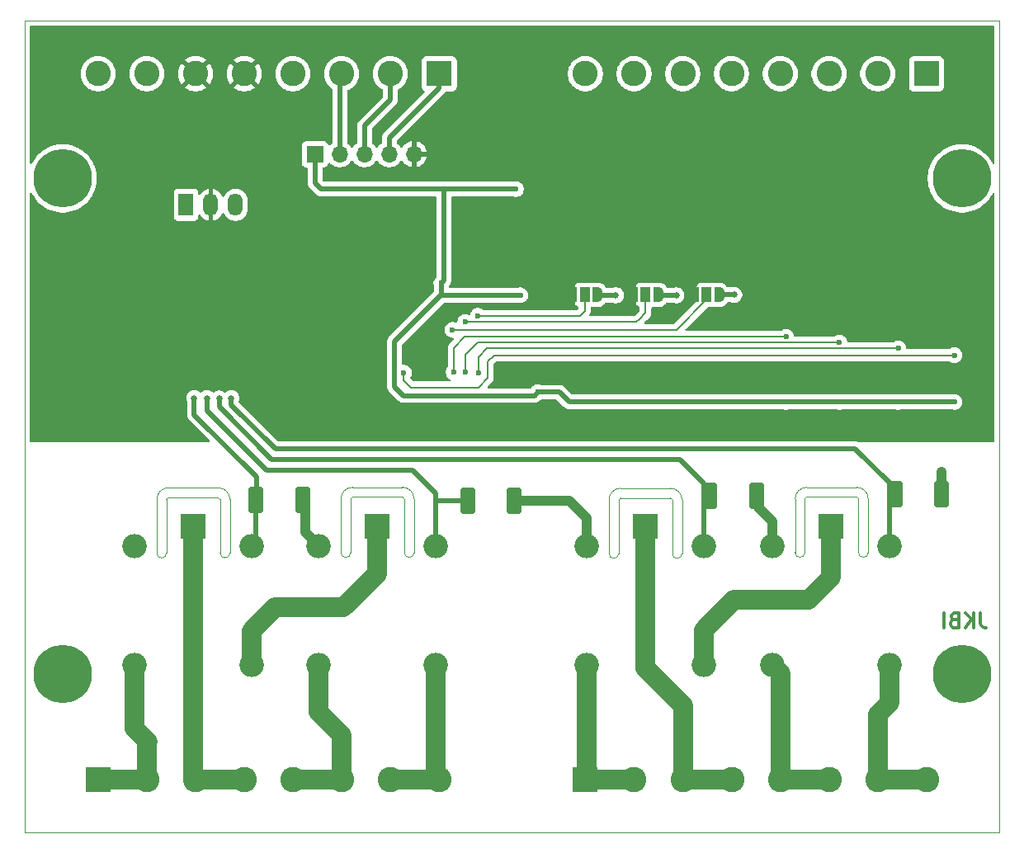
<source format=gbr>
%TF.GenerationSoftware,KiCad,Pcbnew,9.0.3*%
%TF.CreationDate,2025-10-06T20:13:02+02:00*%
%TF.ProjectId,esp32_blinds_controller,65737033-325f-4626-9c69-6e64735f636f,V0.3*%
%TF.SameCoordinates,Original*%
%TF.FileFunction,Copper,L2,Bot*%
%TF.FilePolarity,Positive*%
%FSLAX46Y46*%
G04 Gerber Fmt 4.6, Leading zero omitted, Abs format (unit mm)*
G04 Created by KiCad (PCBNEW 9.0.3) date 2025-10-06 20:13:02*
%MOMM*%
%LPD*%
G01*
G04 APERTURE LIST*
G04 Aperture macros list*
%AMRoundRect*
0 Rectangle with rounded corners*
0 $1 Rounding radius*
0 $2 $3 $4 $5 $6 $7 $8 $9 X,Y pos of 4 corners*
0 Add a 4 corners polygon primitive as box body*
4,1,4,$2,$3,$4,$5,$6,$7,$8,$9,$2,$3,0*
0 Add four circle primitives for the rounded corners*
1,1,$1+$1,$2,$3*
1,1,$1+$1,$4,$5*
1,1,$1+$1,$6,$7*
1,1,$1+$1,$8,$9*
0 Add four rect primitives between the rounded corners*
20,1,$1+$1,$2,$3,$4,$5,0*
20,1,$1+$1,$4,$5,$6,$7,0*
20,1,$1+$1,$6,$7,$8,$9,0*
20,1,$1+$1,$8,$9,$2,$3,0*%
%AMFreePoly0*
4,1,23,0.550000,-0.750000,0.000000,-0.750000,0.000000,-0.745722,-0.065263,-0.745722,-0.191342,-0.711940,-0.304381,-0.646677,-0.396677,-0.554381,-0.461940,-0.441342,-0.495722,-0.315263,-0.495722,-0.250000,-0.500000,-0.250000,-0.500000,0.250000,-0.495722,0.250000,-0.495722,0.315263,-0.461940,0.441342,-0.396677,0.554381,-0.304381,0.646677,-0.191342,0.711940,-0.065263,0.745722,0.000000,0.745722,
0.000000,0.750000,0.550000,0.750000,0.550000,-0.750000,0.550000,-0.750000,$1*%
%AMFreePoly1*
4,1,23,0.000000,0.745722,0.065263,0.745722,0.191342,0.711940,0.304381,0.646677,0.396677,0.554381,0.461940,0.441342,0.495722,0.315263,0.495722,0.250000,0.500000,0.250000,0.500000,-0.250000,0.495722,-0.250000,0.495722,-0.315263,0.461940,-0.441342,0.396677,-0.554381,0.304381,-0.646677,0.191342,-0.711940,0.065263,-0.745722,0.000000,-0.745722,0.000000,-0.750000,-0.550000,-0.750000,
-0.550000,0.750000,0.000000,0.750000,0.000000,0.745722,0.000000,0.745722,$1*%
G04 Aperture macros list end*
%ADD10C,0.300000*%
%TA.AperFunction,NonConductor*%
%ADD11C,0.300000*%
%TD*%
%TA.AperFunction,ComponentPad*%
%ADD12R,1.700000X1.700000*%
%TD*%
%TA.AperFunction,ComponentPad*%
%ADD13O,1.700000X1.700000*%
%TD*%
%TA.AperFunction,ComponentPad*%
%ADD14R,2.500000X2.500000*%
%TD*%
%TA.AperFunction,ComponentPad*%
%ADD15O,2.500000X2.500000*%
%TD*%
%TA.AperFunction,ComponentPad*%
%ADD16R,2.600000X2.600000*%
%TD*%
%TA.AperFunction,ComponentPad*%
%ADD17C,2.600000*%
%TD*%
%TA.AperFunction,ComponentPad*%
%ADD18C,6.000000*%
%TD*%
%TA.AperFunction,ComponentPad*%
%ADD19R,1.500000X2.300000*%
%TD*%
%TA.AperFunction,ComponentPad*%
%ADD20O,1.500000X2.300000*%
%TD*%
%TA.AperFunction,SMDPad,CuDef*%
%ADD21FreePoly0,0.000000*%
%TD*%
%TA.AperFunction,SMDPad,CuDef*%
%ADD22R,1.000000X1.500000*%
%TD*%
%TA.AperFunction,SMDPad,CuDef*%
%ADD23FreePoly1,0.000000*%
%TD*%
%TA.AperFunction,SMDPad,CuDef*%
%ADD24RoundRect,0.250000X0.500000X1.100000X-0.500000X1.100000X-0.500000X-1.100000X0.500000X-1.100000X0*%
%TD*%
%TA.AperFunction,ViaPad*%
%ADD25C,0.600000*%
%TD*%
%TA.AperFunction,ViaPad*%
%ADD26C,0.650000*%
%TD*%
%TA.AperFunction,Conductor*%
%ADD27C,2.000000*%
%TD*%
%TA.AperFunction,Conductor*%
%ADD28C,0.500000*%
%TD*%
%TA.AperFunction,Conductor*%
%ADD29C,1.000000*%
%TD*%
%TA.AperFunction,Conductor*%
%ADD30C,0.200000*%
%TD*%
%TA.AperFunction,Profile*%
%ADD31C,0.050000*%
%TD*%
%TA.AperFunction,Profile*%
%ADD32C,0.120000*%
%TD*%
G04 APERTURE END LIST*
D10*
D11*
X199216917Y-116500828D02*
X199216917Y-117572257D01*
X199216917Y-117572257D02*
X199288346Y-117786542D01*
X199288346Y-117786542D02*
X199431203Y-117929400D01*
X199431203Y-117929400D02*
X199645489Y-118000828D01*
X199645489Y-118000828D02*
X199788346Y-118000828D01*
X198502632Y-118000828D02*
X198502632Y-116500828D01*
X197645489Y-118000828D02*
X198288346Y-117143685D01*
X197645489Y-116500828D02*
X198502632Y-117357971D01*
X196502632Y-117215114D02*
X196288346Y-117286542D01*
X196288346Y-117286542D02*
X196216917Y-117357971D01*
X196216917Y-117357971D02*
X196145489Y-117500828D01*
X196145489Y-117500828D02*
X196145489Y-117715114D01*
X196145489Y-117715114D02*
X196216917Y-117857971D01*
X196216917Y-117857971D02*
X196288346Y-117929400D01*
X196288346Y-117929400D02*
X196431203Y-118000828D01*
X196431203Y-118000828D02*
X197002632Y-118000828D01*
X197002632Y-118000828D02*
X197002632Y-116500828D01*
X197002632Y-116500828D02*
X196502632Y-116500828D01*
X196502632Y-116500828D02*
X196359775Y-116572257D01*
X196359775Y-116572257D02*
X196288346Y-116643685D01*
X196288346Y-116643685D02*
X196216917Y-116786542D01*
X196216917Y-116786542D02*
X196216917Y-116929400D01*
X196216917Y-116929400D02*
X196288346Y-117072257D01*
X196288346Y-117072257D02*
X196359775Y-117143685D01*
X196359775Y-117143685D02*
X196502632Y-117215114D01*
X196502632Y-117215114D02*
X197002632Y-117215114D01*
X195502632Y-118000828D02*
X195502632Y-116500828D01*
D12*
%TO.P,J1,1,Pin_1*%
%TO.N,+3V3*%
X130925000Y-69415000D03*
D13*
%TO.P,J1,2,Pin_2*%
%TO.N,/INT*%
X133465000Y-69415000D03*
%TO.P,J1,3,Pin_3*%
%TO.N,/SDA*%
X136005000Y-69415000D03*
%TO.P,J1,4,Pin_4*%
%TO.N,/SCL*%
X138545000Y-69415000D03*
%TO.P,J1,5,Pin_5*%
%TO.N,GND*%
X141085000Y-69415000D03*
%TD*%
D14*
%TO.P,K2,1*%
%TO.N,Net-(K1-Pad4)*%
X137300000Y-107622500D03*
D15*
%TO.P,K2,2*%
%TO.N,VBUS*%
X131300000Y-109622500D03*
%TO.P,K2,3*%
%TO.N,/L1-UP*%
X131300000Y-121822500D03*
%TO.P,K2,4*%
%TO.N,/L1-SW*%
X143300000Y-121822500D03*
%TO.P,K2,5*%
%TO.N,/nUP1*%
X143300000Y-109622500D03*
%TD*%
D14*
%TO.P,K4,1*%
%TO.N,Net-(K3-Pad4)*%
X183850000Y-107622500D03*
D15*
%TO.P,K4,2*%
%TO.N,VBUS*%
X177850000Y-109622500D03*
%TO.P,K4,3*%
%TO.N,/L2-UP*%
X177850000Y-121822500D03*
%TO.P,K4,4*%
%TO.N,/L2-SW*%
X189850000Y-121822500D03*
%TO.P,K4,5*%
%TO.N,/nUP2*%
X189850000Y-109622500D03*
%TD*%
D14*
%TO.P,K1,1*%
%TO.N,/L1*%
X118400000Y-107622500D03*
D15*
%TO.P,K1,2*%
%TO.N,VBUS*%
X112400000Y-109622500D03*
%TO.P,K1,3*%
%TO.N,/L1-DOWN*%
X112400000Y-121822500D03*
%TO.P,K1,4*%
%TO.N,Net-(K1-Pad4)*%
X124400000Y-121822500D03*
%TO.P,K1,5*%
%TO.N,/nDOWN1*%
X124400000Y-109622500D03*
%TD*%
D16*
%TO.P,MOD1,A1,A1*%
%TO.N,/L1-DOWN*%
X108675000Y-133580000D03*
D17*
%TO.P,MOD1,A2,A2*%
X113675000Y-133580000D03*
%TO.P,MOD1,A3,A3*%
%TO.N,/L1*%
X118675000Y-133580000D03*
%TO.P,MOD1,A4,A4*%
X123675000Y-133580000D03*
%TO.P,MOD1,A5,A5*%
%TO.N,/L1-UP*%
X128675000Y-133580000D03*
%TO.P,MOD1,A6,A6*%
X133675000Y-133580000D03*
%TO.P,MOD1,A7,A7*%
%TO.N,/L1-SW*%
X138675000Y-133580000D03*
%TO.P,MOD1,A8,A8*%
X143675000Y-133580000D03*
D16*
%TO.P,MOD1,B1,B1*%
%TO.N,/L2-DOWN*%
X158675000Y-133580000D03*
D17*
%TO.P,MOD1,B2,B2*%
X163675000Y-133580000D03*
%TO.P,MOD1,B3,B3*%
%TO.N,/L2*%
X168675000Y-133580000D03*
%TO.P,MOD1,B4,B4*%
X173675000Y-133580000D03*
%TO.P,MOD1,B5,B5*%
%TO.N,/L2-UP*%
X178675000Y-133580000D03*
%TO.P,MOD1,B6,B6*%
X183675000Y-133580000D03*
%TO.P,MOD1,B7,B7*%
%TO.N,/L2-SW*%
X188675000Y-133580000D03*
%TO.P,MOD1,B8,B8*%
X193675000Y-133580000D03*
D16*
%TO.P,MOD1,C1,C1*%
%TO.N,/IN4_H*%
X193675000Y-61160000D03*
D17*
%TO.P,MOD1,C2,C2*%
%TO.N,/IN3_H*%
X188675000Y-61160000D03*
%TO.P,MOD1,C3,C3*%
%TO.N,/IN2_H*%
X183675000Y-61160000D03*
%TO.P,MOD1,C4,C4*%
%TO.N,/IN1_H*%
X178675000Y-61160000D03*
%TO.P,MOD1,C5,C5*%
%TO.N,VBUS*%
X173675000Y-61160000D03*
%TO.P,MOD1,C6,C6*%
X168675000Y-61160000D03*
%TO.P,MOD1,C7,C7*%
X163675000Y-61160000D03*
%TO.P,MOD1,C8,C8*%
X158675000Y-61160000D03*
D16*
%TO.P,MOD1,D1,D1*%
%TO.N,/SCL*%
X143675000Y-61160000D03*
D17*
%TO.P,MOD1,D2,D2*%
%TO.N,/SDA*%
X138675000Y-61160000D03*
%TO.P,MOD1,D3,D3*%
%TO.N,/INT*%
X133675000Y-61160000D03*
%TO.P,MOD1,D4,D4*%
%TO.N,+3V3*%
X128675000Y-61160000D03*
%TO.P,MOD1,D5,D5*%
%TO.N,GND*%
X123675000Y-61160000D03*
%TO.P,MOD1,D6,D6*%
X118675000Y-61160000D03*
%TO.P,MOD1,D7,D7*%
%TO.N,VBUS*%
X113675000Y-61160000D03*
%TO.P,MOD1,D8,D8*%
X108675000Y-61160000D03*
D18*
%TO.P,MOD1,MH1*%
%TO.N,N/C*%
X105050000Y-71900000D03*
%TO.P,MOD1,MH2*%
X197300000Y-71900000D03*
%TO.P,MOD1,MH3*%
X105050000Y-122800000D03*
%TO.P,MOD1,MH4*%
X197300000Y-122800000D03*
%TD*%
D19*
%TO.P,U3,1,IN*%
%TO.N,VBUS*%
X117703000Y-74607500D03*
D20*
%TO.P,U3,2,GND*%
%TO.N,GND*%
X120243000Y-74607500D03*
%TO.P,U3,3,OUT*%
%TO.N,+3V3*%
X122783000Y-74607500D03*
%TD*%
D14*
%TO.P,K3,1*%
%TO.N,/L2*%
X164800000Y-107622500D03*
D15*
%TO.P,K3,2*%
%TO.N,VBUS*%
X158800000Y-109622500D03*
%TO.P,K3,3*%
%TO.N,/L2-DOWN*%
X158800000Y-121822500D03*
%TO.P,K3,4*%
%TO.N,Net-(K3-Pad4)*%
X170800000Y-121822500D03*
%TO.P,K3,5*%
%TO.N,/nDOWN2*%
X170800000Y-109622500D03*
%TD*%
D21*
%TO.P,A1,1,A*%
%TO.N,GND*%
X163550000Y-83850000D03*
D22*
%TO.P,A1,2,C*%
%TO.N,/A1*%
X164850000Y-83850000D03*
D23*
%TO.P,A1,3,B*%
%TO.N,+3V3*%
X166150000Y-83850000D03*
%TD*%
D24*
%TO.P,D1,1,K*%
%TO.N,VBUS*%
X129700000Y-104900000D03*
%TO.P,D1,2,A*%
%TO.N,/nDOWN1*%
X124900000Y-104900000D03*
%TD*%
%TO.P,D3,1,K*%
%TO.N,VBUS*%
X195250000Y-104350000D03*
%TO.P,D3,2,A*%
%TO.N,/nUP2*%
X190450000Y-104350000D03*
%TD*%
%TO.P,D4,1,K*%
%TO.N,VBUS*%
X151400000Y-105000000D03*
%TO.P,D4,2,A*%
%TO.N,/nUP1*%
X146600000Y-105000000D03*
%TD*%
D21*
%TO.P,A0,1,A*%
%TO.N,GND*%
X169800000Y-83850000D03*
D22*
%TO.P,A0,2,C*%
%TO.N,/A0*%
X171100000Y-83850000D03*
D23*
%TO.P,A0,3,B*%
%TO.N,+3V3*%
X172400000Y-83850000D03*
%TD*%
D24*
%TO.P,D2,1,K*%
%TO.N,VBUS*%
X176250000Y-104500000D03*
%TO.P,D2,2,A*%
%TO.N,/nDOWN2*%
X171450000Y-104500000D03*
%TD*%
D21*
%TO.P,A2,1,A*%
%TO.N,GND*%
X157300000Y-83850000D03*
D22*
%TO.P,A2,2,C*%
%TO.N,/A2*%
X158600000Y-83850000D03*
D23*
%TO.P,A2,3,B*%
%TO.N,+3V3*%
X159900000Y-83850000D03*
%TD*%
D25*
%TO.N,GND*%
X142700000Y-76500000D03*
X152550000Y-76350000D03*
X142550000Y-82400000D03*
X152900000Y-70650000D03*
X147650000Y-82450000D03*
X130800000Y-83850000D03*
X127700000Y-71150000D03*
X176750000Y-85100000D03*
D26*
X140100000Y-82750000D03*
D25*
X151350000Y-82650000D03*
X148000000Y-74250000D03*
X102400000Y-56850000D03*
X200100000Y-56900000D03*
X188300000Y-84850000D03*
X200000000Y-98000000D03*
X143050000Y-70650000D03*
X182150000Y-85050000D03*
X176800000Y-67350000D03*
X186600000Y-67250000D03*
X181450000Y-67350000D03*
D26*
X117250000Y-86600000D03*
D25*
X110050000Y-83250000D03*
X190700000Y-67200000D03*
X113050000Y-69450000D03*
X145400000Y-76150000D03*
X128000000Y-98000000D03*
X102000000Y-98000000D03*
X193950000Y-84850000D03*
D26*
%TO.N,/nDOWN2*%
X121100000Y-94500000D03*
%TO.N,/nDOWN1*%
X118550000Y-94450000D03*
%TO.N,/nUP2*%
X122350000Y-94450000D03*
%TO.N,/nUP1*%
X119850000Y-94450000D03*
%TO.N,VBUS*%
X195200000Y-102000000D03*
D25*
%TO.N,+3V3*%
X184750000Y-94850000D03*
X143900000Y-82650000D03*
X153800000Y-93850000D03*
X151550000Y-73000000D03*
D26*
X168000000Y-83900000D03*
D25*
X196550000Y-94850000D03*
X144150000Y-73000000D03*
X152000000Y-83900000D03*
X179250000Y-94850000D03*
X190750000Y-94850000D03*
D26*
X173950000Y-83850000D03*
X161800000Y-83900000D03*
D25*
%TO.N,/A0*%
X145050000Y-87450000D03*
%TO.N,/A1*%
X146350000Y-86650000D03*
%TO.N,/A2*%
X147650000Y-86000000D03*
%TO.N,/IN1_L*%
X145150000Y-91800000D03*
X179270000Y-88150000D03*
%TO.N,/IN2_L*%
X146400000Y-91800000D03*
X184750000Y-88750000D03*
%TO.N,/IN3_L*%
X147700000Y-91850000D03*
X190795000Y-89350000D03*
%TO.N,/IN4_L*%
X196545000Y-90050000D03*
X140050000Y-91850000D03*
%TD*%
D27*
%TO.N,Net-(K1-Pad4)*%
X133850000Y-115950000D02*
X126800000Y-115950000D01*
X126800000Y-115950000D02*
X124400000Y-118350000D01*
X137300000Y-107622500D02*
X137300000Y-112500000D01*
X137300000Y-112500000D02*
X133850000Y-115950000D01*
X124400000Y-118350000D02*
X124400000Y-121822500D01*
D28*
%TO.N,/nDOWN2*%
X121100000Y-94500000D02*
X121100000Y-95350000D01*
X121100000Y-95350000D02*
X126500000Y-100750000D01*
X168350000Y-100750000D02*
X170800000Y-103200000D01*
X126500000Y-100750000D02*
X168350000Y-100750000D01*
X170800000Y-103200000D02*
X170800000Y-109622500D01*
D27*
%TO.N,/L2*%
X168675000Y-126025000D02*
X168675000Y-133580000D01*
X164800000Y-107622500D02*
X164800000Y-122150000D01*
X164800000Y-122150000D02*
X168675000Y-126025000D01*
X173675000Y-133580000D02*
X168675000Y-133580000D01*
%TO.N,Net-(K3-Pad4)*%
X181550000Y-115150000D02*
X183850000Y-112850000D01*
X173900000Y-115150000D02*
X181550000Y-115150000D01*
X170800000Y-118250000D02*
X173900000Y-115150000D01*
X183850000Y-112850000D02*
X183850000Y-107622500D01*
X170800000Y-121822500D02*
X170800000Y-118250000D01*
%TO.N,/L1*%
X123675000Y-133580000D02*
X118675000Y-133580000D01*
X118675000Y-133580000D02*
X118400000Y-133305000D01*
X118400000Y-133305000D02*
X118400000Y-107622500D01*
D28*
%TO.N,/nDOWN1*%
X124900000Y-109122500D02*
X124400000Y-109622500D01*
X124900000Y-104900000D02*
X124900000Y-109122500D01*
X124950000Y-102550000D02*
X124950000Y-104850000D01*
X124950000Y-104850000D02*
X124900000Y-104900000D01*
X118550000Y-94450000D02*
X118550000Y-96150000D01*
X118550000Y-96150000D02*
X124950000Y-102550000D01*
%TO.N,/nUP2*%
X122350000Y-95150000D02*
X126850000Y-99650000D01*
X189850000Y-103150000D02*
X189850000Y-109622500D01*
X122350000Y-94450000D02*
X122350000Y-95150000D01*
X186350000Y-99650000D02*
X189850000Y-103150000D01*
X126850000Y-99650000D02*
X186350000Y-99650000D01*
%TO.N,/nUP1*%
X143300000Y-104200000D02*
X143300000Y-109622500D01*
X143300000Y-109622500D02*
X143300000Y-105000000D01*
X125950000Y-101850000D02*
X140950000Y-101850000D01*
X140950000Y-101850000D02*
X143300000Y-104200000D01*
X119850000Y-95750000D02*
X125950000Y-101850000D01*
X143300000Y-105000000D02*
X146600000Y-105000000D01*
X119850000Y-94450000D02*
X119850000Y-95750000D01*
D29*
%TO.N,VBUS*%
X129900000Y-108222500D02*
X131300000Y-109622500D01*
X151400000Y-105000000D02*
X157000000Y-105000000D01*
X177850000Y-107100000D02*
X177850000Y-109622500D01*
X176400000Y-103650000D02*
X176400000Y-105650000D01*
X157000000Y-105000000D02*
X158800000Y-106800000D01*
X129700000Y-104900000D02*
X129900000Y-105100000D01*
X195250000Y-104200000D02*
X195250000Y-104350000D01*
X195200000Y-104150000D02*
X195250000Y-104200000D01*
X158800000Y-106800000D02*
X158800000Y-109622500D01*
X176400000Y-105650000D02*
X177850000Y-107100000D01*
X195200000Y-102000000D02*
X195200000Y-104150000D01*
X129900000Y-105100000D02*
X129900000Y-108222500D01*
D27*
%TO.N,/L1-DOWN*%
X113675000Y-129775000D02*
X113675000Y-133580000D01*
X108675000Y-133580000D02*
X113675000Y-133580000D01*
X112400000Y-121822500D02*
X112400000Y-128350000D01*
X112400000Y-128350000D02*
X113750000Y-129700000D01*
X113750000Y-129700000D02*
X113675000Y-129775000D01*
%TO.N,/L1-UP*%
X133675000Y-129025000D02*
X133675000Y-133580000D01*
X128675000Y-133580000D02*
X133675000Y-133580000D01*
X131300000Y-126650000D02*
X133675000Y-129025000D01*
X131300000Y-121822500D02*
X131300000Y-126650000D01*
%TO.N,/L1-SW*%
X138675000Y-133580000D02*
X143675000Y-133580000D01*
X143300000Y-121822500D02*
X143300000Y-133205000D01*
X143300000Y-133205000D02*
X143675000Y-133580000D01*
%TO.N,/L2-DOWN*%
X158800000Y-121822500D02*
X158800000Y-133455000D01*
X163675000Y-133580000D02*
X158675000Y-133580000D01*
X158800000Y-133455000D02*
X158675000Y-133580000D01*
%TO.N,/L2-SW*%
X189850000Y-121822500D02*
X189850000Y-125700000D01*
X188675000Y-126875000D02*
X188675000Y-133580000D01*
X193675000Y-133580000D02*
X188675000Y-133580000D01*
X189850000Y-125700000D02*
X188675000Y-126875000D01*
%TO.N,/L2-UP*%
X178675000Y-133580000D02*
X178675000Y-122647500D01*
X178675000Y-122647500D02*
X177850000Y-121822500D01*
X183675000Y-133580000D02*
X178675000Y-133580000D01*
D28*
%TO.N,/SCL*%
X143675000Y-62625000D02*
X143675000Y-61160000D01*
X138545000Y-69415000D02*
X138545000Y-67755000D01*
X138545000Y-67755000D02*
X143675000Y-62625000D01*
%TO.N,/SDA*%
X136005000Y-66495000D02*
X136005000Y-69415000D01*
X138675000Y-63825000D02*
X136005000Y-66495000D01*
X138675000Y-61160000D02*
X138675000Y-63825000D01*
%TO.N,+3V3*%
X173950000Y-83850000D02*
X172400000Y-83850000D01*
X140000000Y-94200000D02*
X139100000Y-93300000D01*
X139100000Y-88650000D02*
X143900000Y-83850000D01*
X153800000Y-93850000D02*
X153450000Y-94200000D01*
X144150000Y-82400000D02*
X143900000Y-82650000D01*
X152000000Y-83900000D02*
X143950000Y-83900000D01*
X143900000Y-83850000D02*
X143900000Y-82650000D01*
X157050000Y-94850000D02*
X156050000Y-93850000D01*
X156050000Y-93850000D02*
X153800000Y-93850000D01*
X196550000Y-94850000D02*
X190750000Y-94850000D01*
X144150000Y-73000000D02*
X151550000Y-73000000D01*
X168000000Y-83900000D02*
X166200000Y-83900000D01*
X143950000Y-83900000D02*
X143900000Y-83850000D01*
X130925000Y-69415000D02*
X130925000Y-72375000D01*
X161800000Y-83900000D02*
X159950000Y-83900000D01*
X190750000Y-94850000D02*
X184750000Y-94850000D01*
X131550000Y-73000000D02*
X144150000Y-73000000D01*
X179250000Y-94850000D02*
X157050000Y-94850000D01*
X144150000Y-73000000D02*
X144150000Y-82400000D01*
X153450000Y-94200000D02*
X140000000Y-94200000D01*
X166200000Y-83900000D02*
X166150000Y-83850000D01*
X184750000Y-94850000D02*
X179250000Y-94850000D01*
X131350000Y-72800000D02*
X131550000Y-73000000D01*
X159950000Y-83900000D02*
X159900000Y-83850000D01*
X130925000Y-72375000D02*
X131350000Y-72800000D01*
X139100000Y-93300000D02*
X139100000Y-88650000D01*
%TO.N,/INT*%
X133465000Y-69415000D02*
X133465000Y-61370000D01*
X133465000Y-61370000D02*
X133675000Y-61160000D01*
D30*
%TO.N,/A0*%
X168000000Y-87450000D02*
X145050000Y-87450000D01*
X171100000Y-83850000D02*
X171100000Y-84350000D01*
X171100000Y-84350000D02*
X168000000Y-87450000D01*
%TO.N,/A1*%
X164200000Y-86350000D02*
X163900000Y-86650000D01*
X164850000Y-83850000D02*
X164850000Y-85700000D01*
X164850000Y-85700000D02*
X164200000Y-86350000D01*
X163900000Y-86650000D02*
X146350000Y-86650000D01*
%TO.N,/A2*%
X158600000Y-83850000D02*
X158600000Y-85500000D01*
X158100000Y-86000000D02*
X147650000Y-86000000D01*
X158600000Y-85500000D02*
X158100000Y-86000000D01*
%TO.N,/IN1_L*%
X145150000Y-89300000D02*
X145150000Y-91800000D01*
X146300000Y-88150000D02*
X145150000Y-89300000D01*
X179270000Y-88150000D02*
X146300000Y-88150000D01*
%TO.N,/IN2_L*%
X184201000Y-88751000D02*
X147649000Y-88751000D01*
X184750000Y-88750000D02*
X184202000Y-88750000D01*
X146400000Y-90000000D02*
X146400000Y-91800000D01*
X184202000Y-88750000D02*
X184201000Y-88751000D01*
X147649000Y-88751000D02*
X146400000Y-90000000D01*
%TO.N,/IN3_L*%
X147700000Y-90250000D02*
X147700000Y-91850000D01*
X148600000Y-89350000D02*
X147700000Y-90250000D01*
X190795000Y-89350000D02*
X148600000Y-89350000D01*
%TO.N,/IN4_L*%
X148650000Y-92400000D02*
X148650000Y-90700000D01*
X140800000Y-93350000D02*
X147700000Y-93350000D01*
X148650000Y-90700000D02*
X149300000Y-90050000D01*
X149300000Y-90050000D02*
X196545000Y-90050000D01*
X140050000Y-92600000D02*
X140800000Y-93350000D01*
X140050000Y-91850000D02*
X140050000Y-92600000D01*
X147700000Y-93350000D02*
X148650000Y-92400000D01*
%TD*%
%TA.AperFunction,Conductor*%
%TO.N,GND*%
G36*
X200617539Y-56265185D02*
G01*
X200663294Y-56317989D01*
X200674500Y-56369500D01*
X200674500Y-70292404D01*
X200654815Y-70359443D01*
X200602011Y-70405198D01*
X200532853Y-70415142D01*
X200469297Y-70386117D01*
X200441142Y-70350857D01*
X200306106Y-70098224D01*
X200306105Y-70098222D01*
X200306100Y-70098213D01*
X200115019Y-69812240D01*
X199896828Y-69546373D01*
X199896827Y-69546372D01*
X199896823Y-69546367D01*
X199653632Y-69303176D01*
X199387765Y-69084985D01*
X199387764Y-69084984D01*
X199387760Y-69084981D01*
X199101787Y-68893900D01*
X199101782Y-68893897D01*
X199101775Y-68893893D01*
X198798469Y-68731772D01*
X198798464Y-68731770D01*
X198739103Y-68707182D01*
X198705394Y-68693219D01*
X198480706Y-68600150D01*
X198151572Y-68500308D01*
X197814248Y-68433210D01*
X197814249Y-68433210D01*
X197556456Y-68407821D01*
X197471969Y-68399500D01*
X197128031Y-68399500D01*
X197049966Y-68407188D01*
X196785750Y-68433210D01*
X196448427Y-68500308D01*
X196119293Y-68600150D01*
X195801535Y-68731770D01*
X195801530Y-68731772D01*
X195498224Y-68893893D01*
X195498206Y-68893904D01*
X195212248Y-69084975D01*
X195212234Y-69084985D01*
X194946367Y-69303176D01*
X194703176Y-69546367D01*
X194484985Y-69812234D01*
X194484975Y-69812248D01*
X194293904Y-70098206D01*
X194293893Y-70098224D01*
X194131772Y-70401530D01*
X194131770Y-70401535D01*
X194000150Y-70719293D01*
X193900308Y-71048427D01*
X193833210Y-71385750D01*
X193799500Y-71728034D01*
X193799500Y-72071965D01*
X193833210Y-72414249D01*
X193900308Y-72751572D01*
X194000150Y-73080706D01*
X194063435Y-73233489D01*
X194115362Y-73358853D01*
X194131770Y-73398464D01*
X194131772Y-73398469D01*
X194293893Y-73701775D01*
X194293904Y-73701793D01*
X194484975Y-73987751D01*
X194484985Y-73987765D01*
X194703176Y-74253632D01*
X194946367Y-74496823D01*
X194946372Y-74496827D01*
X194946373Y-74496828D01*
X195212240Y-74715019D01*
X195498213Y-74906100D01*
X195498222Y-74906105D01*
X195498224Y-74906106D01*
X195801530Y-75068227D01*
X195801532Y-75068227D01*
X195801538Y-75068231D01*
X196119295Y-75199850D01*
X196448422Y-75299690D01*
X196785750Y-75366789D01*
X197128031Y-75400500D01*
X197128034Y-75400500D01*
X197471966Y-75400500D01*
X197471969Y-75400500D01*
X197814250Y-75366789D01*
X198151578Y-75299690D01*
X198480705Y-75199850D01*
X198798462Y-75068231D01*
X199101787Y-74906100D01*
X199387760Y-74715019D01*
X199653627Y-74496828D01*
X199896828Y-74253627D01*
X200115019Y-73987760D01*
X200306100Y-73701787D01*
X200441142Y-73449142D01*
X200490104Y-73399297D01*
X200558242Y-73383837D01*
X200623922Y-73407669D01*
X200666290Y-73463226D01*
X200674500Y-73507595D01*
X200674500Y-98876000D01*
X200654815Y-98943039D01*
X200602011Y-98988794D01*
X200550500Y-99000000D01*
X186764776Y-99000000D01*
X186711381Y-98986625D01*
X186711124Y-98987247D01*
X186706933Y-98985511D01*
X186706322Y-98985358D01*
X186705490Y-98984913D01*
X186568917Y-98928343D01*
X186568907Y-98928340D01*
X186423920Y-98899500D01*
X186423918Y-98899500D01*
X127212230Y-98899500D01*
X127145191Y-98879815D01*
X127124549Y-98863181D01*
X123146238Y-94884870D01*
X123112753Y-94823547D01*
X123117737Y-94753855D01*
X123119338Y-94749785D01*
X123143776Y-94690789D01*
X123175500Y-94531305D01*
X123175500Y-94368695D01*
X123175500Y-94368692D01*
X123143777Y-94209216D01*
X123143776Y-94209215D01*
X123143776Y-94209211D01*
X123115359Y-94140606D01*
X123081549Y-94058980D01*
X123081547Y-94058976D01*
X122991211Y-93923779D01*
X122991205Y-93923771D01*
X122876228Y-93808794D01*
X122876220Y-93808788D01*
X122741023Y-93718452D01*
X122741019Y-93718450D01*
X122590793Y-93656225D01*
X122590783Y-93656222D01*
X122431307Y-93624500D01*
X122431305Y-93624500D01*
X122268695Y-93624500D01*
X122268693Y-93624500D01*
X122109216Y-93656222D01*
X122109206Y-93656225D01*
X121958980Y-93718450D01*
X121958976Y-93718452D01*
X121823779Y-93808788D01*
X121823770Y-93808795D01*
X121786631Y-93845934D01*
X121725308Y-93879419D01*
X121655616Y-93874433D01*
X121630061Y-93861355D01*
X121491017Y-93768449D01*
X121340793Y-93706225D01*
X121340783Y-93706222D01*
X121181307Y-93674500D01*
X121181305Y-93674500D01*
X121018695Y-93674500D01*
X121018693Y-93674500D01*
X120859216Y-93706222D01*
X120859206Y-93706225D01*
X120708980Y-93768450D01*
X120708977Y-93768452D01*
X120569938Y-93861355D01*
X120503261Y-93882233D01*
X120435881Y-93863748D01*
X120413366Y-93845933D01*
X120376228Y-93808794D01*
X120376220Y-93808788D01*
X120241023Y-93718452D01*
X120241019Y-93718450D01*
X120090793Y-93656225D01*
X120090783Y-93656222D01*
X119931307Y-93624500D01*
X119931305Y-93624500D01*
X119768695Y-93624500D01*
X119768693Y-93624500D01*
X119609216Y-93656222D01*
X119609206Y-93656225D01*
X119458980Y-93718450D01*
X119458976Y-93718452D01*
X119323779Y-93808788D01*
X119323771Y-93808794D01*
X119287681Y-93844885D01*
X119226358Y-93878370D01*
X119156666Y-93873386D01*
X119112319Y-93844885D01*
X119076228Y-93808794D01*
X119076220Y-93808788D01*
X118941023Y-93718452D01*
X118941019Y-93718450D01*
X118790793Y-93656225D01*
X118790783Y-93656222D01*
X118631307Y-93624500D01*
X118631305Y-93624500D01*
X118468695Y-93624500D01*
X118468693Y-93624500D01*
X118309216Y-93656222D01*
X118309206Y-93656225D01*
X118158980Y-93718450D01*
X118158976Y-93718452D01*
X118023779Y-93808788D01*
X118023771Y-93808794D01*
X117908794Y-93923771D01*
X117908788Y-93923779D01*
X117818452Y-94058976D01*
X117818450Y-94058980D01*
X117756225Y-94209206D01*
X117756222Y-94209216D01*
X117724500Y-94368692D01*
X117724500Y-94368695D01*
X117724500Y-94531305D01*
X117724500Y-94531307D01*
X117724499Y-94531307D01*
X117756222Y-94690783D01*
X117756224Y-94690789D01*
X117790061Y-94772478D01*
X117799500Y-94819931D01*
X117799500Y-96223918D01*
X117799500Y-96223920D01*
X117799499Y-96223920D01*
X117828340Y-96368907D01*
X117828343Y-96368917D01*
X117884914Y-96505492D01*
X117917812Y-96554727D01*
X117917813Y-96554730D01*
X117967046Y-96628414D01*
X117967052Y-96628421D01*
X120126951Y-98788319D01*
X120160436Y-98849642D01*
X120155452Y-98919334D01*
X120113580Y-98975267D01*
X120048116Y-98999684D01*
X120039270Y-99000000D01*
X101799500Y-99000000D01*
X101732461Y-98980315D01*
X101686706Y-98927511D01*
X101675500Y-98876000D01*
X101675500Y-73507595D01*
X101695185Y-73440556D01*
X101747989Y-73394801D01*
X101817147Y-73384857D01*
X101880703Y-73413882D01*
X101908858Y-73449142D01*
X102043893Y-73701775D01*
X102043904Y-73701793D01*
X102234975Y-73987751D01*
X102234985Y-73987765D01*
X102453176Y-74253632D01*
X102696367Y-74496823D01*
X102696372Y-74496827D01*
X102696373Y-74496828D01*
X102962240Y-74715019D01*
X103248213Y-74906100D01*
X103248222Y-74906105D01*
X103248224Y-74906106D01*
X103551530Y-75068227D01*
X103551532Y-75068227D01*
X103551538Y-75068231D01*
X103869295Y-75199850D01*
X104198422Y-75299690D01*
X104535750Y-75366789D01*
X104878031Y-75400500D01*
X104878034Y-75400500D01*
X105221966Y-75400500D01*
X105221969Y-75400500D01*
X105564250Y-75366789D01*
X105901578Y-75299690D01*
X106230705Y-75199850D01*
X106548462Y-75068231D01*
X106851787Y-74906100D01*
X107137760Y-74715019D01*
X107403627Y-74496828D01*
X107646828Y-74253627D01*
X107865019Y-73987760D01*
X108056100Y-73701787D01*
X108212259Y-73409635D01*
X116452500Y-73409635D01*
X116452500Y-75805370D01*
X116452501Y-75805376D01*
X116458908Y-75864983D01*
X116509202Y-75999828D01*
X116509206Y-75999835D01*
X116595452Y-76115044D01*
X116595455Y-76115047D01*
X116710664Y-76201293D01*
X116710671Y-76201297D01*
X116845517Y-76251591D01*
X116845516Y-76251591D01*
X116852444Y-76252335D01*
X116905127Y-76258000D01*
X118500872Y-76257999D01*
X118560483Y-76251591D01*
X118695331Y-76201296D01*
X118810546Y-76115046D01*
X118896796Y-75999831D01*
X118947091Y-75864983D01*
X118953500Y-75805373D01*
X118953499Y-75740913D01*
X118973183Y-75673877D01*
X119025986Y-75628121D01*
X119095144Y-75618177D01*
X119158700Y-75647201D01*
X119177817Y-75668029D01*
X119289555Y-75821821D01*
X119428678Y-75960944D01*
X119587856Y-76076595D01*
X119763162Y-76165918D01*
X119950283Y-76226718D01*
X119993000Y-76233484D01*
X119993000Y-75040512D01*
X120050007Y-75073425D01*
X120177174Y-75107500D01*
X120308826Y-75107500D01*
X120435993Y-75073425D01*
X120493000Y-75040512D01*
X120493000Y-76233483D01*
X120535716Y-76226718D01*
X120722837Y-76165918D01*
X120898143Y-76076595D01*
X121057321Y-75960944D01*
X121196444Y-75821821D01*
X121312097Y-75662641D01*
X121402234Y-75485736D01*
X121450208Y-75434939D01*
X121518029Y-75418144D01*
X121584164Y-75440681D01*
X121623204Y-75485735D01*
X121624115Y-75487524D01*
X121624116Y-75487525D01*
X121713476Y-75662905D01*
X121829172Y-75822146D01*
X121968354Y-75961328D01*
X122127595Y-76077024D01*
X122202214Y-76115044D01*
X122302970Y-76166382D01*
X122302972Y-76166382D01*
X122302975Y-76166384D01*
X122403317Y-76198987D01*
X122490173Y-76227209D01*
X122684578Y-76258000D01*
X122684583Y-76258000D01*
X122881422Y-76258000D01*
X123075826Y-76227209D01*
X123155574Y-76201297D01*
X123263025Y-76166384D01*
X123438405Y-76077024D01*
X123597646Y-75961328D01*
X123736828Y-75822146D01*
X123852524Y-75662905D01*
X123941884Y-75487525D01*
X124002709Y-75300326D01*
X124018623Y-75199849D01*
X124033500Y-75105922D01*
X124033500Y-74109077D01*
X124002709Y-73914673D01*
X123947501Y-73744763D01*
X123941884Y-73727475D01*
X123941882Y-73727472D01*
X123941882Y-73727470D01*
X123868246Y-73582952D01*
X123852524Y-73552095D01*
X123736828Y-73392854D01*
X123597646Y-73253672D01*
X123438405Y-73137976D01*
X123263029Y-73048617D01*
X123075826Y-72987790D01*
X122881422Y-72957000D01*
X122881417Y-72957000D01*
X122684583Y-72957000D01*
X122684578Y-72957000D01*
X122490173Y-72987790D01*
X122302970Y-73048617D01*
X122127594Y-73137976D01*
X122036741Y-73203985D01*
X121968354Y-73253672D01*
X121968352Y-73253674D01*
X121968351Y-73253674D01*
X121829174Y-73392851D01*
X121829174Y-73392852D01*
X121829172Y-73392854D01*
X121794514Y-73440556D01*
X121713476Y-73552094D01*
X121623204Y-73729264D01*
X121575229Y-73780060D01*
X121507408Y-73796855D01*
X121441274Y-73774318D01*
X121402234Y-73729264D01*
X121312095Y-73552356D01*
X121196444Y-73393178D01*
X121057321Y-73254055D01*
X120898143Y-73138404D01*
X120722835Y-73049081D01*
X120535705Y-72988278D01*
X120493000Y-72981514D01*
X120493000Y-74174488D01*
X120435993Y-74141575D01*
X120308826Y-74107500D01*
X120177174Y-74107500D01*
X120050007Y-74141575D01*
X119993000Y-74174488D01*
X119993000Y-72981514D01*
X119992999Y-72981514D01*
X119950294Y-72988278D01*
X119763164Y-73049081D01*
X119587856Y-73138404D01*
X119428678Y-73254055D01*
X119289555Y-73393178D01*
X119177817Y-73546971D01*
X119122486Y-73589637D01*
X119052873Y-73595615D01*
X118991078Y-73563009D01*
X118956721Y-73502170D01*
X118953499Y-73474085D01*
X118953499Y-73409629D01*
X118953498Y-73409623D01*
X118953497Y-73409616D01*
X118947091Y-73350017D01*
X118911157Y-73253674D01*
X118896797Y-73215171D01*
X118896793Y-73215164D01*
X118810547Y-73099955D01*
X118810544Y-73099952D01*
X118695335Y-73013706D01*
X118695328Y-73013702D01*
X118560482Y-72963408D01*
X118560483Y-72963408D01*
X118500883Y-72957001D01*
X118500881Y-72957000D01*
X118500873Y-72957000D01*
X118500864Y-72957000D01*
X116905129Y-72957000D01*
X116905123Y-72957001D01*
X116845516Y-72963408D01*
X116710671Y-73013702D01*
X116710664Y-73013706D01*
X116595455Y-73099952D01*
X116595452Y-73099955D01*
X116509206Y-73215164D01*
X116509202Y-73215171D01*
X116458908Y-73350017D01*
X116452501Y-73409616D01*
X116452501Y-73409623D01*
X116452500Y-73409635D01*
X108212259Y-73409635D01*
X108218231Y-73398462D01*
X108349850Y-73080705D01*
X108449690Y-72751578D01*
X108516789Y-72414250D01*
X108550500Y-72071969D01*
X108550500Y-71728031D01*
X108516789Y-71385750D01*
X108449690Y-71048422D01*
X108349850Y-70719295D01*
X108218231Y-70401538D01*
X108209988Y-70386117D01*
X108056106Y-70098224D01*
X108056105Y-70098222D01*
X108056100Y-70098213D01*
X107865019Y-69812240D01*
X107646828Y-69546373D01*
X107646827Y-69546372D01*
X107646823Y-69546367D01*
X107403632Y-69303176D01*
X107137765Y-69084985D01*
X107137764Y-69084984D01*
X107137760Y-69084981D01*
X106851787Y-68893900D01*
X106851782Y-68893897D01*
X106851775Y-68893893D01*
X106548469Y-68731772D01*
X106548464Y-68731770D01*
X106510261Y-68715946D01*
X106298825Y-68628366D01*
X106230710Y-68600151D01*
X105957043Y-68517135D01*
X129574500Y-68517135D01*
X129574500Y-70312870D01*
X129574501Y-70312876D01*
X129580908Y-70372483D01*
X129631202Y-70507328D01*
X129631206Y-70507335D01*
X129717452Y-70622544D01*
X129717455Y-70622547D01*
X129832664Y-70708793D01*
X129832671Y-70708797D01*
X129860813Y-70719293D01*
X129967517Y-70759091D01*
X130027127Y-70765500D01*
X130050497Y-70765499D01*
X130117536Y-70785181D01*
X130163292Y-70837983D01*
X130174500Y-70889499D01*
X130174500Y-72448918D01*
X130174500Y-72448920D01*
X130174499Y-72448920D01*
X130203340Y-72593907D01*
X130203343Y-72593917D01*
X130259913Y-72730490D01*
X130259914Y-72730491D01*
X130259916Y-72730495D01*
X130283973Y-72766498D01*
X130283975Y-72766501D01*
X130283976Y-72766503D01*
X130342049Y-72853417D01*
X131071586Y-73582954D01*
X131090536Y-73595615D01*
X131127852Y-73620548D01*
X131194505Y-73665084D01*
X131251080Y-73688518D01*
X131331088Y-73721659D01*
X131447241Y-73744763D01*
X131466468Y-73748587D01*
X131476081Y-73750500D01*
X131476082Y-73750500D01*
X131476083Y-73750500D01*
X131623918Y-73750500D01*
X143275500Y-73750500D01*
X143342539Y-73770185D01*
X143388294Y-73822989D01*
X143399500Y-73874500D01*
X143399500Y-81967059D01*
X143379815Y-82034098D01*
X143363181Y-82054740D01*
X143278213Y-82139707D01*
X143278210Y-82139711D01*
X143190609Y-82270814D01*
X143190602Y-82270827D01*
X143130264Y-82416498D01*
X143130261Y-82416510D01*
X143099500Y-82571153D01*
X143099500Y-82728846D01*
X143130261Y-82883489D01*
X143130263Y-82883497D01*
X143140061Y-82907151D01*
X143149500Y-82954604D01*
X143149500Y-83487770D01*
X143129815Y-83554809D01*
X143113181Y-83575451D01*
X138517048Y-88171583D01*
X138497784Y-88200415D01*
X138478647Y-88229057D01*
X138434919Y-88294499D01*
X138434912Y-88294511D01*
X138378343Y-88431082D01*
X138378340Y-88431092D01*
X138349500Y-88576079D01*
X138349500Y-88576082D01*
X138349500Y-93373918D01*
X138349500Y-93373920D01*
X138349499Y-93373920D01*
X138378340Y-93518907D01*
X138378343Y-93518917D01*
X138434913Y-93655489D01*
X138434914Y-93655491D01*
X138434916Y-93655495D01*
X138447559Y-93674417D01*
X138447617Y-93674503D01*
X138447616Y-93674503D01*
X138517046Y-93778414D01*
X138517052Y-93778421D01*
X139417049Y-94678416D01*
X139488367Y-94749734D01*
X139521585Y-94782952D01*
X139644498Y-94865080D01*
X139644511Y-94865087D01*
X139781082Y-94921656D01*
X139781087Y-94921658D01*
X139781091Y-94921658D01*
X139781092Y-94921659D01*
X139926079Y-94950500D01*
X139926082Y-94950500D01*
X153523920Y-94950500D01*
X153632797Y-94928842D01*
X153668913Y-94921658D01*
X153805495Y-94865084D01*
X153854729Y-94832186D01*
X153928416Y-94782952D01*
X154074549Y-94636819D01*
X154135872Y-94603334D01*
X154162230Y-94600500D01*
X155687770Y-94600500D01*
X155754809Y-94620185D01*
X155775451Y-94636819D01*
X156467049Y-95328416D01*
X156571584Y-95432951D01*
X156571585Y-95432952D01*
X156694498Y-95515080D01*
X156694511Y-95515087D01*
X156727227Y-95528638D01*
X156733142Y-95531088D01*
X156831088Y-95571659D01*
X156947241Y-95594763D01*
X156971689Y-95599626D01*
X156976081Y-95600500D01*
X156976082Y-95600500D01*
X156976083Y-95600500D01*
X157123918Y-95600500D01*
X178945396Y-95600500D01*
X178992844Y-95609937D01*
X179016503Y-95619737D01*
X179016508Y-95619738D01*
X179016511Y-95619739D01*
X179171153Y-95650499D01*
X179171156Y-95650500D01*
X179171158Y-95650500D01*
X179328844Y-95650500D01*
X179328845Y-95650499D01*
X179405152Y-95635320D01*
X179483488Y-95619739D01*
X179483489Y-95619738D01*
X179483497Y-95619737D01*
X179507155Y-95609937D01*
X179554604Y-95600500D01*
X184445396Y-95600500D01*
X184492844Y-95609937D01*
X184516503Y-95619737D01*
X184516508Y-95619738D01*
X184516511Y-95619739D01*
X184671153Y-95650499D01*
X184671156Y-95650500D01*
X184671158Y-95650500D01*
X184828844Y-95650500D01*
X184828845Y-95650499D01*
X184905152Y-95635320D01*
X184983488Y-95619739D01*
X184983489Y-95619738D01*
X184983497Y-95619737D01*
X185007155Y-95609937D01*
X185054604Y-95600500D01*
X190445396Y-95600500D01*
X190492844Y-95609937D01*
X190516503Y-95619737D01*
X190516508Y-95619738D01*
X190516511Y-95619739D01*
X190671153Y-95650499D01*
X190671156Y-95650500D01*
X190671158Y-95650500D01*
X190828844Y-95650500D01*
X190828845Y-95650499D01*
X190905152Y-95635320D01*
X190983488Y-95619739D01*
X190983489Y-95619738D01*
X190983497Y-95619737D01*
X191007155Y-95609937D01*
X191054604Y-95600500D01*
X196245396Y-95600500D01*
X196292844Y-95609937D01*
X196316503Y-95619737D01*
X196316508Y-95619738D01*
X196316511Y-95619739D01*
X196471153Y-95650499D01*
X196471156Y-95650500D01*
X196471158Y-95650500D01*
X196628844Y-95650500D01*
X196628845Y-95650499D01*
X196783497Y-95619737D01*
X196929179Y-95559394D01*
X197060289Y-95471789D01*
X197171789Y-95360289D01*
X197259394Y-95229179D01*
X197319737Y-95083497D01*
X197350500Y-94928842D01*
X197350500Y-94771158D01*
X197350500Y-94771155D01*
X197350499Y-94771153D01*
X197346238Y-94749734D01*
X197319737Y-94616503D01*
X197314282Y-94603334D01*
X197259397Y-94470827D01*
X197259390Y-94470814D01*
X197171789Y-94339711D01*
X197171786Y-94339707D01*
X197060292Y-94228213D01*
X197060288Y-94228210D01*
X196929185Y-94140609D01*
X196929172Y-94140602D01*
X196783501Y-94080264D01*
X196783489Y-94080261D01*
X196628845Y-94049500D01*
X196628842Y-94049500D01*
X196471158Y-94049500D01*
X196471155Y-94049500D01*
X196316511Y-94080260D01*
X196316506Y-94080262D01*
X196316504Y-94080262D01*
X196316503Y-94080263D01*
X196292844Y-94090062D01*
X196245396Y-94099500D01*
X191054604Y-94099500D01*
X191007155Y-94090062D01*
X190983497Y-94080263D01*
X190983493Y-94080262D01*
X190983488Y-94080260D01*
X190828845Y-94049500D01*
X190828842Y-94049500D01*
X190671158Y-94049500D01*
X190671155Y-94049500D01*
X190516511Y-94080260D01*
X190516506Y-94080262D01*
X190516504Y-94080262D01*
X190516503Y-94080263D01*
X190492844Y-94090062D01*
X190445396Y-94099500D01*
X185054604Y-94099500D01*
X185007155Y-94090062D01*
X184983497Y-94080263D01*
X184983493Y-94080262D01*
X184983488Y-94080260D01*
X184828845Y-94049500D01*
X184828842Y-94049500D01*
X184671158Y-94049500D01*
X184671155Y-94049500D01*
X184516511Y-94080260D01*
X184516506Y-94080262D01*
X184516504Y-94080262D01*
X184516503Y-94080263D01*
X184492844Y-94090062D01*
X184445396Y-94099500D01*
X179554604Y-94099500D01*
X179507155Y-94090062D01*
X179483497Y-94080263D01*
X179483493Y-94080262D01*
X179483488Y-94080260D01*
X179328845Y-94049500D01*
X179328842Y-94049500D01*
X179171158Y-94049500D01*
X179171155Y-94049500D01*
X179016511Y-94080260D01*
X179016506Y-94080262D01*
X179016504Y-94080262D01*
X179016503Y-94080263D01*
X178992844Y-94090062D01*
X178945396Y-94099500D01*
X157412229Y-94099500D01*
X157345190Y-94079815D01*
X157324548Y-94063181D01*
X156528421Y-93267052D01*
X156528414Y-93267046D01*
X156428818Y-93200499D01*
X156428817Y-93200499D01*
X156405495Y-93184916D01*
X156405488Y-93184912D01*
X156268917Y-93128343D01*
X156268907Y-93128340D01*
X156123920Y-93099500D01*
X156123918Y-93099500D01*
X154104604Y-93099500D01*
X154057155Y-93090062D01*
X154033497Y-93080263D01*
X154033493Y-93080262D01*
X154033488Y-93080260D01*
X153878845Y-93049500D01*
X153878842Y-93049500D01*
X153721158Y-93049500D01*
X153721155Y-93049500D01*
X153566510Y-93080261D01*
X153566498Y-93080264D01*
X153420827Y-93140602D01*
X153420814Y-93140609D01*
X153289711Y-93228210D01*
X153289707Y-93228213D01*
X153178213Y-93339707D01*
X153178207Y-93339715D01*
X153141675Y-93394390D01*
X153088063Y-93439196D01*
X153038573Y-93449500D01*
X148749097Y-93449500D01*
X148682058Y-93429815D01*
X148636303Y-93377011D01*
X148626359Y-93307853D01*
X148655384Y-93244297D01*
X148661416Y-93237819D01*
X148849734Y-93049500D01*
X149008506Y-92890727D01*
X149008511Y-92890724D01*
X149018714Y-92880520D01*
X149018716Y-92880520D01*
X149130520Y-92768716D01*
X149182284Y-92679057D01*
X149209577Y-92631785D01*
X149250501Y-92479057D01*
X149250501Y-92320943D01*
X149250501Y-92313348D01*
X149250500Y-92313330D01*
X149250500Y-91000097D01*
X149270185Y-90933058D01*
X149286819Y-90912416D01*
X149512416Y-90686819D01*
X149573739Y-90653334D01*
X149600097Y-90650500D01*
X195965234Y-90650500D01*
X196032273Y-90670185D01*
X196034125Y-90671398D01*
X196165814Y-90759390D01*
X196165827Y-90759397D01*
X196311498Y-90819735D01*
X196311503Y-90819737D01*
X196466153Y-90850499D01*
X196466156Y-90850500D01*
X196466158Y-90850500D01*
X196623844Y-90850500D01*
X196623845Y-90850499D01*
X196778497Y-90819737D01*
X196924179Y-90759394D01*
X197055289Y-90671789D01*
X197166789Y-90560289D01*
X197254394Y-90429179D01*
X197314737Y-90283497D01*
X197345500Y-90128842D01*
X197345500Y-89971158D01*
X197345500Y-89971155D01*
X197345499Y-89971153D01*
X197314737Y-89816503D01*
X197294736Y-89768215D01*
X197254397Y-89670827D01*
X197254390Y-89670814D01*
X197166789Y-89539711D01*
X197166786Y-89539707D01*
X197055292Y-89428213D01*
X197055288Y-89428210D01*
X196924185Y-89340609D01*
X196924172Y-89340602D01*
X196778501Y-89280264D01*
X196778489Y-89280261D01*
X196623845Y-89249500D01*
X196623842Y-89249500D01*
X196466158Y-89249500D01*
X196466155Y-89249500D01*
X196311510Y-89280261D01*
X196311498Y-89280264D01*
X196165827Y-89340602D01*
X196165814Y-89340609D01*
X196034125Y-89428602D01*
X195967447Y-89449480D01*
X195965234Y-89449500D01*
X191719500Y-89449500D01*
X191652461Y-89429815D01*
X191606706Y-89377011D01*
X191595500Y-89325500D01*
X191595500Y-89271155D01*
X191595499Y-89271153D01*
X191585512Y-89220945D01*
X191564737Y-89116503D01*
X191521546Y-89012229D01*
X191504397Y-88970827D01*
X191504390Y-88970814D01*
X191416789Y-88839711D01*
X191416786Y-88839707D01*
X191305292Y-88728213D01*
X191305288Y-88728210D01*
X191174185Y-88640609D01*
X191174172Y-88640602D01*
X191028501Y-88580264D01*
X191028489Y-88580261D01*
X190873845Y-88549500D01*
X190873842Y-88549500D01*
X190716158Y-88549500D01*
X190716155Y-88549500D01*
X190561510Y-88580261D01*
X190561498Y-88580264D01*
X190415827Y-88640602D01*
X190415814Y-88640609D01*
X190284125Y-88728602D01*
X190217447Y-88749480D01*
X190215234Y-88749500D01*
X185667848Y-88749500D01*
X185600809Y-88729815D01*
X185555054Y-88677011D01*
X185546231Y-88649692D01*
X185519738Y-88516508D01*
X185519737Y-88516507D01*
X185519737Y-88516503D01*
X185484355Y-88431082D01*
X185459397Y-88370827D01*
X185459390Y-88370814D01*
X185371789Y-88239711D01*
X185371786Y-88239707D01*
X185260292Y-88128213D01*
X185260288Y-88128210D01*
X185129185Y-88040609D01*
X185129172Y-88040602D01*
X184983501Y-87980264D01*
X184983489Y-87980261D01*
X184828845Y-87949500D01*
X184828842Y-87949500D01*
X184671158Y-87949500D01*
X184671155Y-87949500D01*
X184516510Y-87980261D01*
X184516498Y-87980264D01*
X184370827Y-88040602D01*
X184370814Y-88040609D01*
X184239125Y-88128602D01*
X184221996Y-88133965D01*
X184207052Y-88143908D01*
X184174407Y-88148866D01*
X184172447Y-88149480D01*
X184172202Y-88149484D01*
X184171194Y-88149500D01*
X184122942Y-88149500D01*
X184119904Y-88150313D01*
X184109188Y-88150484D01*
X184108857Y-88150392D01*
X184107220Y-88150500D01*
X180188046Y-88150500D01*
X180121007Y-88130815D01*
X180075252Y-88078011D01*
X180066429Y-88050691D01*
X180048447Y-87960292D01*
X180039737Y-87916503D01*
X180003569Y-87829185D01*
X179979397Y-87770827D01*
X179979390Y-87770814D01*
X179891789Y-87639711D01*
X179891786Y-87639707D01*
X179780292Y-87528213D01*
X179780288Y-87528210D01*
X179649185Y-87440609D01*
X179649172Y-87440602D01*
X179503501Y-87380264D01*
X179503489Y-87380261D01*
X179348845Y-87349500D01*
X179348842Y-87349500D01*
X179191158Y-87349500D01*
X179191155Y-87349500D01*
X179036510Y-87380261D01*
X179036498Y-87380264D01*
X178890827Y-87440602D01*
X178890814Y-87440609D01*
X178759125Y-87528602D01*
X178692447Y-87549480D01*
X178690234Y-87549500D01*
X169049097Y-87549500D01*
X168982058Y-87529815D01*
X168936303Y-87477011D01*
X168926359Y-87407853D01*
X168955384Y-87344297D01*
X168961416Y-87337819D01*
X171162416Y-85136818D01*
X171223739Y-85103333D01*
X171250097Y-85100499D01*
X171647871Y-85100499D01*
X171647872Y-85100499D01*
X171695721Y-85095355D01*
X171707475Y-85094092D01*
X171707476Y-85094091D01*
X171707483Y-85094091D01*
X171707489Y-85094088D01*
X171708478Y-85093855D01*
X171710536Y-85093762D01*
X171715197Y-85093262D01*
X171715228Y-85093553D01*
X171754651Y-85091791D01*
X171850000Y-85105500D01*
X171850003Y-85105500D01*
X172465819Y-85105500D01*
X172465826Y-85105500D01*
X172596662Y-85088275D01*
X172723829Y-85054200D01*
X172845743Y-85003701D01*
X172959757Y-84937875D01*
X173064449Y-84857541D01*
X173157541Y-84764449D01*
X173237875Y-84659757D01*
X173237883Y-84659742D01*
X173240128Y-84656384D01*
X173241649Y-84657400D01*
X173244971Y-84654231D01*
X173249965Y-84643297D01*
X173269781Y-84630561D01*
X173286827Y-84614300D01*
X173300098Y-84611078D01*
X173308743Y-84605523D01*
X173343678Y-84600500D01*
X173580068Y-84600500D01*
X173627520Y-84609939D01*
X173709206Y-84643774D01*
X173709211Y-84643776D01*
X173709215Y-84643776D01*
X173709216Y-84643777D01*
X173868692Y-84675500D01*
X173868695Y-84675500D01*
X174031307Y-84675500D01*
X174170197Y-84647872D01*
X174190789Y-84643776D01*
X174341021Y-84581548D01*
X174341023Y-84581547D01*
X174430457Y-84521789D01*
X174476225Y-84491208D01*
X174591208Y-84376225D01*
X174656052Y-84279179D01*
X174681547Y-84241023D01*
X174681549Y-84241019D01*
X174743774Y-84090793D01*
X174743776Y-84090789D01*
X174765554Y-83981305D01*
X174775500Y-83931307D01*
X174775500Y-83768692D01*
X174743777Y-83609216D01*
X174743776Y-83609215D01*
X174743776Y-83609211D01*
X174721242Y-83554809D01*
X174681549Y-83458980D01*
X174681547Y-83458976D01*
X174591211Y-83323779D01*
X174591205Y-83323771D01*
X174476228Y-83208794D01*
X174476220Y-83208788D01*
X174341023Y-83118452D01*
X174341019Y-83118450D01*
X174190793Y-83056225D01*
X174190783Y-83056222D01*
X174031307Y-83024500D01*
X174031305Y-83024500D01*
X173868695Y-83024500D01*
X173868693Y-83024500D01*
X173709216Y-83056222D01*
X173709206Y-83056225D01*
X173627520Y-83090061D01*
X173619343Y-83091687D01*
X173615003Y-83094477D01*
X173580068Y-83099500D01*
X173343678Y-83099500D01*
X173276639Y-83079815D01*
X173241352Y-83042798D01*
X173240128Y-83043616D01*
X173237879Y-83040250D01*
X173237875Y-83040243D01*
X173226562Y-83025500D01*
X173157544Y-82935555D01*
X173157541Y-82935551D01*
X173064449Y-82842459D01*
X173064444Y-82842455D01*
X172959767Y-82762132D01*
X172959749Y-82762120D01*
X172845751Y-82696303D01*
X172845750Y-82696302D01*
X172723829Y-82645800D01*
X172623465Y-82618907D01*
X172596662Y-82611725D01*
X172596661Y-82611724D01*
X172596658Y-82611724D01*
X172465833Y-82594500D01*
X172465826Y-82594500D01*
X171850000Y-82594500D01*
X171849997Y-82594500D01*
X171778057Y-82599645D01*
X171766267Y-82603107D01*
X171715439Y-82604468D01*
X171715196Y-82606738D01*
X171647883Y-82599501D01*
X171647881Y-82599500D01*
X171647873Y-82599500D01*
X171647864Y-82599500D01*
X170552129Y-82599500D01*
X170552123Y-82599501D01*
X170492516Y-82605908D01*
X170357671Y-82656202D01*
X170357664Y-82656206D01*
X170242455Y-82742452D01*
X170242452Y-82742455D01*
X170156206Y-82857664D01*
X170156202Y-82857671D01*
X170105908Y-82992517D01*
X170099501Y-83052116D01*
X170099500Y-83052135D01*
X170099500Y-84449902D01*
X170079815Y-84516941D01*
X170063181Y-84537583D01*
X167787584Y-86813181D01*
X167726261Y-86846666D01*
X167699903Y-86849500D01*
X164849097Y-86849500D01*
X164782058Y-86829815D01*
X164736303Y-86777011D01*
X164726359Y-86707853D01*
X164755384Y-86644297D01*
X164761416Y-86637819D01*
X164982736Y-86416498D01*
X165208506Y-86190727D01*
X165208511Y-86190724D01*
X165218714Y-86180520D01*
X165218716Y-86180520D01*
X165330520Y-86068716D01*
X165383466Y-85977011D01*
X165407180Y-85935937D01*
X165407183Y-85935932D01*
X165409575Y-85931788D01*
X165409577Y-85931785D01*
X165450501Y-85779057D01*
X165450501Y-85620943D01*
X165450501Y-85613348D01*
X165450500Y-85613330D01*
X165450500Y-85227108D01*
X165470185Y-85160069D01*
X165522989Y-85114314D01*
X165592143Y-85104370D01*
X165600000Y-85105500D01*
X165600003Y-85105500D01*
X166215819Y-85105500D01*
X166215826Y-85105500D01*
X166346662Y-85088275D01*
X166473829Y-85054200D01*
X166595743Y-85003701D01*
X166709757Y-84937875D01*
X166814449Y-84857541D01*
X166907541Y-84764449D01*
X166957754Y-84699010D01*
X167014179Y-84657811D01*
X167056127Y-84650500D01*
X167630068Y-84650500D01*
X167677520Y-84659939D01*
X167742415Y-84686819D01*
X167759211Y-84693776D01*
X167759215Y-84693776D01*
X167759216Y-84693777D01*
X167918692Y-84725500D01*
X167918695Y-84725500D01*
X168081307Y-84725500D01*
X168214461Y-84699013D01*
X168240789Y-84693776D01*
X168361505Y-84643774D01*
X168391019Y-84631549D01*
X168391023Y-84631547D01*
X168465853Y-84581547D01*
X168526225Y-84541208D01*
X168641208Y-84426225D01*
X168731548Y-84291021D01*
X168793776Y-84140789D01*
X168825500Y-83981305D01*
X168825500Y-83818695D01*
X168825500Y-83818692D01*
X168793777Y-83659216D01*
X168793776Y-83659215D01*
X168793776Y-83659211D01*
X168793774Y-83659206D01*
X168731549Y-83508980D01*
X168731547Y-83508976D01*
X168641211Y-83373779D01*
X168641205Y-83373771D01*
X168526228Y-83258794D01*
X168526220Y-83258788D01*
X168391023Y-83168452D01*
X168391019Y-83168450D01*
X168240793Y-83106225D01*
X168240783Y-83106222D01*
X168081307Y-83074500D01*
X168081305Y-83074500D01*
X167918695Y-83074500D01*
X167918693Y-83074500D01*
X167759216Y-83106222D01*
X167759206Y-83106225D01*
X167677520Y-83140061D01*
X167630068Y-83149500D01*
X167122546Y-83149500D01*
X167055507Y-83129815D01*
X167015159Y-83087500D01*
X166987879Y-83040250D01*
X166987875Y-83040243D01*
X166976562Y-83025500D01*
X166907544Y-82935555D01*
X166907541Y-82935551D01*
X166814449Y-82842459D01*
X166814444Y-82842455D01*
X166709767Y-82762132D01*
X166709749Y-82762120D01*
X166595751Y-82696303D01*
X166595750Y-82696302D01*
X166473829Y-82645800D01*
X166373465Y-82618907D01*
X166346662Y-82611725D01*
X166346661Y-82611724D01*
X166346658Y-82611724D01*
X166215833Y-82594500D01*
X166215826Y-82594500D01*
X165600000Y-82594500D01*
X165599997Y-82594500D01*
X165528057Y-82599645D01*
X165516267Y-82603107D01*
X165465439Y-82604468D01*
X165465196Y-82606738D01*
X165397883Y-82599501D01*
X165397881Y-82599500D01*
X165397873Y-82599500D01*
X165397864Y-82599500D01*
X164302129Y-82599500D01*
X164302123Y-82599501D01*
X164242516Y-82605908D01*
X164107671Y-82656202D01*
X164107664Y-82656206D01*
X163992455Y-82742452D01*
X163992452Y-82742455D01*
X163906206Y-82857664D01*
X163906202Y-82857671D01*
X163855908Y-82992517D01*
X163849501Y-83052116D01*
X163849500Y-83052135D01*
X163849500Y-84647870D01*
X163849501Y-84647876D01*
X163855908Y-84707483D01*
X163906202Y-84842328D01*
X163906206Y-84842335D01*
X163992452Y-84957544D01*
X163992455Y-84957547D01*
X164107664Y-85043793D01*
X164107669Y-85043796D01*
X164168833Y-85066608D01*
X164186558Y-85079877D01*
X164206703Y-85089077D01*
X164213984Y-85100407D01*
X164224766Y-85108478D01*
X164232504Y-85129226D01*
X164244477Y-85147855D01*
X164247628Y-85169770D01*
X164249184Y-85173942D01*
X164249500Y-85182790D01*
X164249500Y-85399903D01*
X164229815Y-85466942D01*
X164213181Y-85487584D01*
X163687584Y-86013181D01*
X163626261Y-86046666D01*
X163599903Y-86049500D01*
X159190919Y-86049500D01*
X159123880Y-86029815D01*
X159078125Y-85977011D01*
X159068181Y-85907853D01*
X159083531Y-85863501D01*
X159132284Y-85779057D01*
X159159577Y-85731784D01*
X159200501Y-85579057D01*
X159200501Y-85420942D01*
X159200501Y-85413347D01*
X159200500Y-85413329D01*
X159200500Y-85227108D01*
X159220185Y-85160069D01*
X159272989Y-85114314D01*
X159342143Y-85104370D01*
X159350000Y-85105500D01*
X159350003Y-85105500D01*
X159965819Y-85105500D01*
X159965826Y-85105500D01*
X160096662Y-85088275D01*
X160223829Y-85054200D01*
X160345743Y-85003701D01*
X160459757Y-84937875D01*
X160564449Y-84857541D01*
X160657541Y-84764449D01*
X160707754Y-84699010D01*
X160764179Y-84657811D01*
X160806127Y-84650500D01*
X161430068Y-84650500D01*
X161477520Y-84659939D01*
X161542415Y-84686819D01*
X161559211Y-84693776D01*
X161559215Y-84693776D01*
X161559216Y-84693777D01*
X161718692Y-84725500D01*
X161718695Y-84725500D01*
X161881307Y-84725500D01*
X162014461Y-84699013D01*
X162040789Y-84693776D01*
X162161505Y-84643774D01*
X162191019Y-84631549D01*
X162191023Y-84631547D01*
X162265853Y-84581547D01*
X162326225Y-84541208D01*
X162441208Y-84426225D01*
X162531548Y-84291021D01*
X162593776Y-84140789D01*
X162625500Y-83981305D01*
X162625500Y-83818695D01*
X162625500Y-83818692D01*
X162593777Y-83659216D01*
X162593776Y-83659215D01*
X162593776Y-83659211D01*
X162593774Y-83659206D01*
X162531549Y-83508980D01*
X162531547Y-83508976D01*
X162441211Y-83373779D01*
X162441205Y-83373771D01*
X162326228Y-83258794D01*
X162326220Y-83258788D01*
X162191023Y-83168452D01*
X162191019Y-83168450D01*
X162040793Y-83106225D01*
X162040783Y-83106222D01*
X161881307Y-83074500D01*
X161881305Y-83074500D01*
X161718695Y-83074500D01*
X161718693Y-83074500D01*
X161559216Y-83106222D01*
X161559206Y-83106225D01*
X161477520Y-83140061D01*
X161430068Y-83149500D01*
X160872546Y-83149500D01*
X160805507Y-83129815D01*
X160765159Y-83087500D01*
X160737879Y-83040250D01*
X160737875Y-83040243D01*
X160726562Y-83025500D01*
X160657544Y-82935555D01*
X160657541Y-82935551D01*
X160564449Y-82842459D01*
X160564444Y-82842455D01*
X160459767Y-82762132D01*
X160459749Y-82762120D01*
X160345751Y-82696303D01*
X160345750Y-82696302D01*
X160223829Y-82645800D01*
X160123465Y-82618907D01*
X160096662Y-82611725D01*
X160096661Y-82611724D01*
X160096658Y-82611724D01*
X159965833Y-82594500D01*
X159965826Y-82594500D01*
X159350000Y-82594500D01*
X159349997Y-82594500D01*
X159278057Y-82599645D01*
X159266267Y-82603107D01*
X159215439Y-82604468D01*
X159215196Y-82606738D01*
X159147883Y-82599501D01*
X159147881Y-82599500D01*
X159147873Y-82599500D01*
X159147864Y-82599500D01*
X158052129Y-82599500D01*
X158052123Y-82599501D01*
X157992516Y-82605908D01*
X157857671Y-82656202D01*
X157857664Y-82656206D01*
X157742455Y-82742452D01*
X157742452Y-82742455D01*
X157656206Y-82857664D01*
X157656202Y-82857671D01*
X157605908Y-82992517D01*
X157599501Y-83052116D01*
X157599500Y-83052135D01*
X157599500Y-84647870D01*
X157599501Y-84647876D01*
X157605908Y-84707483D01*
X157656202Y-84842328D01*
X157656206Y-84842335D01*
X157742452Y-84957544D01*
X157742455Y-84957547D01*
X157857664Y-85043793D01*
X157857669Y-85043796D01*
X157918833Y-85066608D01*
X157936558Y-85079877D01*
X157956703Y-85089077D01*
X157963984Y-85100407D01*
X157974766Y-85108478D01*
X157982504Y-85129226D01*
X157994477Y-85147855D01*
X157997628Y-85169770D01*
X157999184Y-85173942D01*
X157999500Y-85182790D01*
X157999500Y-85199901D01*
X157979815Y-85266940D01*
X157963182Y-85287582D01*
X157887584Y-85363181D01*
X157826261Y-85396666D01*
X157799902Y-85399500D01*
X148229766Y-85399500D01*
X148162727Y-85379815D01*
X148160875Y-85378602D01*
X148029185Y-85290609D01*
X148029172Y-85290602D01*
X147883501Y-85230264D01*
X147883489Y-85230261D01*
X147728845Y-85199500D01*
X147728842Y-85199500D01*
X147571158Y-85199500D01*
X147571155Y-85199500D01*
X147416510Y-85230261D01*
X147416498Y-85230264D01*
X147270827Y-85290602D01*
X147270814Y-85290609D01*
X147139711Y-85378210D01*
X147139707Y-85378213D01*
X147028213Y-85489707D01*
X147028210Y-85489711D01*
X146940609Y-85620814D01*
X146940602Y-85620827D01*
X146880264Y-85766498D01*
X146880261Y-85766507D01*
X146866243Y-85836981D01*
X146833857Y-85898891D01*
X146773141Y-85933465D01*
X146703372Y-85929724D01*
X146697174Y-85927349D01*
X146583501Y-85880264D01*
X146583489Y-85880261D01*
X146428845Y-85849500D01*
X146428842Y-85849500D01*
X146271158Y-85849500D01*
X146271155Y-85849500D01*
X146116510Y-85880261D01*
X146116498Y-85880264D01*
X145970827Y-85940602D01*
X145970814Y-85940609D01*
X145839711Y-86028210D01*
X145839707Y-86028213D01*
X145728213Y-86139707D01*
X145728210Y-86139711D01*
X145640609Y-86270814D01*
X145640602Y-86270827D01*
X145580264Y-86416498D01*
X145580261Y-86416510D01*
X145549500Y-86571153D01*
X145549500Y-86604865D01*
X145529815Y-86671904D01*
X145477011Y-86717659D01*
X145407853Y-86727603D01*
X145378048Y-86719427D01*
X145373780Y-86717659D01*
X145283497Y-86680263D01*
X145283494Y-86680262D01*
X145283491Y-86680261D01*
X145128845Y-86649500D01*
X145128842Y-86649500D01*
X144971158Y-86649500D01*
X144971155Y-86649500D01*
X144816510Y-86680261D01*
X144816498Y-86680264D01*
X144670827Y-86740602D01*
X144670814Y-86740609D01*
X144539711Y-86828210D01*
X144539707Y-86828213D01*
X144428213Y-86939707D01*
X144428210Y-86939711D01*
X144340609Y-87070814D01*
X144340602Y-87070827D01*
X144280264Y-87216498D01*
X144280261Y-87216510D01*
X144249500Y-87371153D01*
X144249500Y-87528846D01*
X144280261Y-87683489D01*
X144280264Y-87683501D01*
X144340602Y-87829172D01*
X144340609Y-87829185D01*
X144428210Y-87960288D01*
X144428213Y-87960292D01*
X144539707Y-88071786D01*
X144539711Y-88071789D01*
X144670814Y-88159390D01*
X144670827Y-88159397D01*
X144816498Y-88219735D01*
X144816503Y-88219737D01*
X144971153Y-88250499D01*
X144971156Y-88250500D01*
X145050901Y-88250500D01*
X145117940Y-88270185D01*
X145163695Y-88322989D01*
X145173639Y-88392147D01*
X145144614Y-88455703D01*
X145138582Y-88462181D01*
X144784778Y-88815985D01*
X144784772Y-88815991D01*
X144781286Y-88819478D01*
X144781284Y-88819480D01*
X144669480Y-88931284D01*
X144639335Y-88983497D01*
X144633676Y-88993298D01*
X144633674Y-88993301D01*
X144590424Y-89068213D01*
X144590423Y-89068215D01*
X144549499Y-89220943D01*
X144549499Y-89220945D01*
X144549499Y-89389046D01*
X144549500Y-89389059D01*
X144549500Y-91220234D01*
X144529815Y-91287273D01*
X144528602Y-91289125D01*
X144440609Y-91420814D01*
X144440602Y-91420827D01*
X144380264Y-91566498D01*
X144380261Y-91566510D01*
X144349500Y-91721153D01*
X144349500Y-91878846D01*
X144380261Y-92033489D01*
X144380264Y-92033501D01*
X144440602Y-92179172D01*
X144440609Y-92179185D01*
X144528210Y-92310288D01*
X144528213Y-92310292D01*
X144639707Y-92421786D01*
X144639711Y-92421789D01*
X144770814Y-92509390D01*
X144770821Y-92509394D01*
X144774549Y-92510938D01*
X144828953Y-92554778D01*
X144851019Y-92621072D01*
X144833741Y-92688771D01*
X144782605Y-92736383D01*
X144727098Y-92749500D01*
X141100097Y-92749500D01*
X141033058Y-92729815D01*
X141012416Y-92713181D01*
X140738834Y-92439599D01*
X140705349Y-92378276D01*
X140710333Y-92308584D01*
X140723410Y-92283032D01*
X140759394Y-92229179D01*
X140819737Y-92083497D01*
X140850500Y-91928842D01*
X140850500Y-91771158D01*
X140850500Y-91771155D01*
X140850499Y-91771153D01*
X140819738Y-91616510D01*
X140819737Y-91616503D01*
X140819735Y-91616498D01*
X140759397Y-91470827D01*
X140759390Y-91470814D01*
X140671789Y-91339711D01*
X140671786Y-91339707D01*
X140560292Y-91228213D01*
X140560288Y-91228210D01*
X140429185Y-91140609D01*
X140429172Y-91140602D01*
X140283501Y-91080264D01*
X140283489Y-91080261D01*
X140128845Y-91049500D01*
X140128842Y-91049500D01*
X139974500Y-91049500D01*
X139907461Y-91029815D01*
X139861706Y-90977011D01*
X139850500Y-90925500D01*
X139850500Y-89012229D01*
X139870185Y-88945190D01*
X139886819Y-88924548D01*
X144124548Y-84686819D01*
X144185871Y-84653334D01*
X144212229Y-84650500D01*
X151695396Y-84650500D01*
X151742844Y-84659937D01*
X151766503Y-84669737D01*
X151766508Y-84669738D01*
X151766511Y-84669739D01*
X151921153Y-84700499D01*
X151921156Y-84700500D01*
X151921158Y-84700500D01*
X152078844Y-84700500D01*
X152078845Y-84700499D01*
X152233497Y-84669737D01*
X152367335Y-84614300D01*
X152379172Y-84609397D01*
X152379172Y-84609396D01*
X152379179Y-84609394D01*
X152510289Y-84521789D01*
X152621789Y-84410289D01*
X152709394Y-84279179D01*
X152769737Y-84133497D01*
X152800500Y-83978842D01*
X152800500Y-83821158D01*
X152800500Y-83821155D01*
X152800499Y-83821153D01*
X152769738Y-83666510D01*
X152769737Y-83666503D01*
X152746004Y-83609206D01*
X152709397Y-83520827D01*
X152709390Y-83520814D01*
X152621789Y-83389711D01*
X152621786Y-83389707D01*
X152510292Y-83278213D01*
X152510288Y-83278210D01*
X152379185Y-83190609D01*
X152379172Y-83190602D01*
X152233501Y-83130264D01*
X152233489Y-83130261D01*
X152078845Y-83099500D01*
X152078842Y-83099500D01*
X151921158Y-83099500D01*
X151921155Y-83099500D01*
X151766511Y-83130260D01*
X151766506Y-83130262D01*
X151766504Y-83130262D01*
X151766503Y-83130263D01*
X151742844Y-83140062D01*
X151695396Y-83149500D01*
X144774500Y-83149500D01*
X144765814Y-83146949D01*
X144756853Y-83148238D01*
X144732812Y-83137259D01*
X144707461Y-83129815D01*
X144701533Y-83122974D01*
X144693297Y-83119213D01*
X144679007Y-83096978D01*
X144661706Y-83077011D01*
X144659418Y-83066496D01*
X144655523Y-83060435D01*
X144650500Y-83025500D01*
X144650500Y-83012229D01*
X144670185Y-82945190D01*
X144686820Y-82924547D01*
X144732948Y-82878419D01*
X144732951Y-82878416D01*
X144815084Y-82755495D01*
X144871658Y-82618913D01*
X144900500Y-82473918D01*
X144900500Y-82326083D01*
X144900500Y-73874500D01*
X144920185Y-73807461D01*
X144972989Y-73761706D01*
X145024500Y-73750500D01*
X151245396Y-73750500D01*
X151292844Y-73759937D01*
X151316503Y-73769737D01*
X151316508Y-73769738D01*
X151316511Y-73769739D01*
X151471153Y-73800499D01*
X151471156Y-73800500D01*
X151471158Y-73800500D01*
X151628844Y-73800500D01*
X151628845Y-73800499D01*
X151783497Y-73769737D01*
X151929179Y-73709394D01*
X152060289Y-73621789D01*
X152171789Y-73510289D01*
X152259394Y-73379179D01*
X152319737Y-73233497D01*
X152350500Y-73078842D01*
X152350500Y-72921158D01*
X152350500Y-72921155D01*
X152350499Y-72921153D01*
X152319738Y-72766510D01*
X152319737Y-72766503D01*
X152313555Y-72751578D01*
X152259397Y-72620827D01*
X152259390Y-72620814D01*
X152171789Y-72489711D01*
X152171786Y-72489707D01*
X152060292Y-72378213D01*
X152060288Y-72378210D01*
X151929185Y-72290609D01*
X151929172Y-72290602D01*
X151783501Y-72230264D01*
X151783489Y-72230261D01*
X151628845Y-72199500D01*
X151628842Y-72199500D01*
X151471158Y-72199500D01*
X151471155Y-72199500D01*
X151316511Y-72230260D01*
X151316506Y-72230262D01*
X151316504Y-72230262D01*
X151316503Y-72230263D01*
X151292844Y-72240062D01*
X151245396Y-72249500D01*
X144454604Y-72249500D01*
X144407155Y-72240062D01*
X144383497Y-72230263D01*
X144383493Y-72230262D01*
X144383488Y-72230260D01*
X144228845Y-72199500D01*
X144228842Y-72199500D01*
X144071158Y-72199500D01*
X144071155Y-72199500D01*
X143916511Y-72230260D01*
X143916506Y-72230262D01*
X143916504Y-72230262D01*
X143916503Y-72230263D01*
X143892844Y-72240062D01*
X143845396Y-72249500D01*
X131912230Y-72249500D01*
X131882789Y-72240855D01*
X131852803Y-72234332D01*
X131847787Y-72230577D01*
X131845191Y-72229815D01*
X131824549Y-72213181D01*
X131711819Y-72100451D01*
X131678334Y-72039128D01*
X131675500Y-72012770D01*
X131675500Y-70889499D01*
X131695185Y-70822460D01*
X131747989Y-70776705D01*
X131799500Y-70765499D01*
X131822871Y-70765499D01*
X131822872Y-70765499D01*
X131882483Y-70759091D01*
X132017331Y-70708796D01*
X132132546Y-70622546D01*
X132218796Y-70507331D01*
X132267810Y-70375916D01*
X132309681Y-70319984D01*
X132375145Y-70295566D01*
X132443418Y-70310417D01*
X132471673Y-70331569D01*
X132585213Y-70445109D01*
X132757179Y-70570048D01*
X132757181Y-70570049D01*
X132757184Y-70570051D01*
X132946588Y-70666557D01*
X133148757Y-70732246D01*
X133358713Y-70765500D01*
X133358714Y-70765500D01*
X133571286Y-70765500D01*
X133571287Y-70765500D01*
X133781243Y-70732246D01*
X133983412Y-70666557D01*
X134172816Y-70570051D01*
X134259138Y-70507335D01*
X134344786Y-70445109D01*
X134344788Y-70445106D01*
X134344792Y-70445104D01*
X134495104Y-70294792D01*
X134495106Y-70294788D01*
X134495109Y-70294786D01*
X134620048Y-70122820D01*
X134620047Y-70122820D01*
X134620051Y-70122816D01*
X134624514Y-70114054D01*
X134672488Y-70063259D01*
X134740308Y-70046463D01*
X134806444Y-70068999D01*
X134845486Y-70114056D01*
X134849951Y-70122820D01*
X134974890Y-70294786D01*
X135125213Y-70445109D01*
X135297179Y-70570048D01*
X135297181Y-70570049D01*
X135297184Y-70570051D01*
X135486588Y-70666557D01*
X135688757Y-70732246D01*
X135898713Y-70765500D01*
X135898714Y-70765500D01*
X136111286Y-70765500D01*
X136111287Y-70765500D01*
X136321243Y-70732246D01*
X136523412Y-70666557D01*
X136712816Y-70570051D01*
X136799138Y-70507335D01*
X136884786Y-70445109D01*
X136884788Y-70445106D01*
X136884792Y-70445104D01*
X137035104Y-70294792D01*
X137035106Y-70294788D01*
X137035109Y-70294786D01*
X137160048Y-70122820D01*
X137160047Y-70122820D01*
X137160051Y-70122816D01*
X137164514Y-70114054D01*
X137212488Y-70063259D01*
X137280308Y-70046463D01*
X137346444Y-70068999D01*
X137385486Y-70114056D01*
X137389951Y-70122820D01*
X137514890Y-70294786D01*
X137665213Y-70445109D01*
X137837179Y-70570048D01*
X137837181Y-70570049D01*
X137837184Y-70570051D01*
X138026588Y-70666557D01*
X138228757Y-70732246D01*
X138438713Y-70765500D01*
X138438714Y-70765500D01*
X138651286Y-70765500D01*
X138651287Y-70765500D01*
X138861243Y-70732246D01*
X139063412Y-70666557D01*
X139252816Y-70570051D01*
X139339138Y-70507335D01*
X139424786Y-70445109D01*
X139424788Y-70445106D01*
X139424792Y-70445104D01*
X139575104Y-70294792D01*
X139575106Y-70294788D01*
X139575109Y-70294786D01*
X139700048Y-70122820D01*
X139700051Y-70122816D01*
X139704793Y-70113508D01*
X139752763Y-70062711D01*
X139820583Y-70045911D01*
X139886719Y-70068445D01*
X139925763Y-70113500D01*
X139930377Y-70122555D01*
X140055272Y-70294459D01*
X140055276Y-70294464D01*
X140205535Y-70444723D01*
X140205540Y-70444727D01*
X140377442Y-70569620D01*
X140566782Y-70666095D01*
X140768871Y-70731757D01*
X140835000Y-70742231D01*
X140835000Y-69848012D01*
X140892007Y-69880925D01*
X141019174Y-69915000D01*
X141150826Y-69915000D01*
X141277993Y-69880925D01*
X141335000Y-69848012D01*
X141335000Y-70742230D01*
X141401126Y-70731757D01*
X141401129Y-70731757D01*
X141603217Y-70666095D01*
X141792557Y-70569620D01*
X141964459Y-70444727D01*
X141964464Y-70444723D01*
X142114723Y-70294464D01*
X142114727Y-70294459D01*
X142239620Y-70122557D01*
X142336095Y-69933217D01*
X142401757Y-69731129D01*
X142401757Y-69731126D01*
X142412231Y-69665000D01*
X141518012Y-69665000D01*
X141550925Y-69607993D01*
X141585000Y-69480826D01*
X141585000Y-69349174D01*
X141550925Y-69222007D01*
X141518012Y-69165000D01*
X142412231Y-69165000D01*
X142401757Y-69098873D01*
X142401757Y-69098870D01*
X142336095Y-68896782D01*
X142239620Y-68707442D01*
X142114727Y-68535540D01*
X142114723Y-68535535D01*
X141964464Y-68385276D01*
X141964459Y-68385272D01*
X141792557Y-68260379D01*
X141603215Y-68163903D01*
X141401124Y-68098241D01*
X141335000Y-68087768D01*
X141335000Y-68981988D01*
X141277993Y-68949075D01*
X141150826Y-68915000D01*
X141019174Y-68915000D01*
X140892007Y-68949075D01*
X140835000Y-68981988D01*
X140835000Y-68087768D01*
X140834999Y-68087768D01*
X140768875Y-68098241D01*
X140566784Y-68163903D01*
X140377442Y-68260379D01*
X140205540Y-68385272D01*
X140205535Y-68385276D01*
X140055276Y-68535535D01*
X140055272Y-68535540D01*
X139930378Y-68707443D01*
X139925762Y-68716502D01*
X139877784Y-68767295D01*
X139809963Y-68784087D01*
X139743829Y-68761546D01*
X139704794Y-68716493D01*
X139700051Y-68707184D01*
X139700049Y-68707181D01*
X139700048Y-68707179D01*
X139575109Y-68535213D01*
X139424794Y-68384898D01*
X139424788Y-68384893D01*
X139346615Y-68328097D01*
X139343274Y-68323765D01*
X139338297Y-68321492D01*
X139322164Y-68296389D01*
X139303949Y-68272767D01*
X139302696Y-68266095D01*
X139300523Y-68262714D01*
X139295500Y-68227779D01*
X139295500Y-68117229D01*
X139315185Y-68050190D01*
X139331819Y-68029548D01*
X141344787Y-66016580D01*
X144257952Y-63103415D01*
X144285205Y-63062627D01*
X144316624Y-63015605D01*
X144370236Y-62970802D01*
X144419724Y-62960499D01*
X145022871Y-62960499D01*
X145022872Y-62960499D01*
X145082483Y-62954091D01*
X145217331Y-62903796D01*
X145332546Y-62817546D01*
X145418796Y-62702331D01*
X145469091Y-62567483D01*
X145475500Y-62507873D01*
X145475499Y-61041995D01*
X156874500Y-61041995D01*
X156874500Y-61278004D01*
X156874501Y-61278020D01*
X156905306Y-61512010D01*
X156966394Y-61739993D01*
X157056714Y-61958045D01*
X157056719Y-61958056D01*
X157127677Y-62080957D01*
X157174727Y-62162450D01*
X157174729Y-62162453D01*
X157174730Y-62162454D01*
X157318406Y-62349697D01*
X157318412Y-62349704D01*
X157485295Y-62516587D01*
X157485302Y-62516593D01*
X157595306Y-62601001D01*
X157672550Y-62660273D01*
X157745397Y-62702331D01*
X157876943Y-62778280D01*
X157876948Y-62778282D01*
X157876951Y-62778284D01*
X158095007Y-62868606D01*
X158322986Y-62929693D01*
X158556989Y-62960500D01*
X158556996Y-62960500D01*
X158793004Y-62960500D01*
X158793011Y-62960500D01*
X159027014Y-62929693D01*
X159254993Y-62868606D01*
X159473049Y-62778284D01*
X159677450Y-62660273D01*
X159864699Y-62516592D01*
X160031592Y-62349699D01*
X160175273Y-62162450D01*
X160293284Y-61958049D01*
X160383606Y-61739993D01*
X160444693Y-61512014D01*
X160475500Y-61278011D01*
X160475500Y-61041995D01*
X161874500Y-61041995D01*
X161874500Y-61278004D01*
X161874501Y-61278020D01*
X161905306Y-61512010D01*
X161966394Y-61739993D01*
X162056714Y-61958045D01*
X162056719Y-61958056D01*
X162127677Y-62080957D01*
X162174727Y-62162450D01*
X162174729Y-62162453D01*
X162174730Y-62162454D01*
X162318406Y-62349697D01*
X162318412Y-62349704D01*
X162485295Y-62516587D01*
X162485302Y-62516593D01*
X162595306Y-62601001D01*
X162672550Y-62660273D01*
X162745397Y-62702331D01*
X162876943Y-62778280D01*
X162876948Y-62778282D01*
X162876951Y-62778284D01*
X163095007Y-62868606D01*
X163322986Y-62929693D01*
X163556989Y-62960500D01*
X163556996Y-62960500D01*
X163793004Y-62960500D01*
X163793011Y-62960500D01*
X164027014Y-62929693D01*
X164254993Y-62868606D01*
X164473049Y-62778284D01*
X164677450Y-62660273D01*
X164864699Y-62516592D01*
X165031592Y-62349699D01*
X165175273Y-62162450D01*
X165293284Y-61958049D01*
X165383606Y-61739993D01*
X165444693Y-61512014D01*
X165475500Y-61278011D01*
X165475500Y-61041995D01*
X166874500Y-61041995D01*
X166874500Y-61278004D01*
X166874501Y-61278020D01*
X166905306Y-61512010D01*
X166966394Y-61739993D01*
X167056714Y-61958045D01*
X167056719Y-61958056D01*
X167127677Y-62080957D01*
X167174727Y-62162450D01*
X167174729Y-62162453D01*
X167174730Y-62162454D01*
X167318406Y-62349697D01*
X167318412Y-62349704D01*
X167485295Y-62516587D01*
X167485302Y-62516593D01*
X167595306Y-62601001D01*
X167672550Y-62660273D01*
X167745397Y-62702331D01*
X167876943Y-62778280D01*
X167876948Y-62778282D01*
X167876951Y-62778284D01*
X168095007Y-62868606D01*
X168322986Y-62929693D01*
X168556989Y-62960500D01*
X168556996Y-62960500D01*
X168793004Y-62960500D01*
X168793011Y-62960500D01*
X169027014Y-62929693D01*
X169254993Y-62868606D01*
X169473049Y-62778284D01*
X169677450Y-62660273D01*
X169864699Y-62516592D01*
X170031592Y-62349699D01*
X170175273Y-62162450D01*
X170293284Y-61958049D01*
X170383606Y-61739993D01*
X170444693Y-61512014D01*
X170475500Y-61278011D01*
X170475500Y-61041995D01*
X171874500Y-61041995D01*
X171874500Y-61278004D01*
X171874501Y-61278020D01*
X171905306Y-61512010D01*
X171966394Y-61739993D01*
X172056714Y-61958045D01*
X172056719Y-61958056D01*
X172127677Y-62080957D01*
X172174727Y-62162450D01*
X172174729Y-62162453D01*
X172174730Y-62162454D01*
X172318406Y-62349697D01*
X172318412Y-62349704D01*
X172485295Y-62516587D01*
X172485302Y-62516593D01*
X172595306Y-62601001D01*
X172672550Y-62660273D01*
X172745397Y-62702331D01*
X172876943Y-62778280D01*
X172876948Y-62778282D01*
X172876951Y-62778284D01*
X173095007Y-62868606D01*
X173322986Y-62929693D01*
X173556989Y-62960500D01*
X173556996Y-62960500D01*
X173793004Y-62960500D01*
X173793011Y-62960500D01*
X174027014Y-62929693D01*
X174254993Y-62868606D01*
X174473049Y-62778284D01*
X174677450Y-62660273D01*
X174864699Y-62516592D01*
X175031592Y-62349699D01*
X175175273Y-62162450D01*
X175293284Y-61958049D01*
X175383606Y-61739993D01*
X175444693Y-61512014D01*
X175475500Y-61278011D01*
X175475500Y-61041995D01*
X176874500Y-61041995D01*
X176874500Y-61278004D01*
X176874501Y-61278020D01*
X176905306Y-61512010D01*
X176966394Y-61739993D01*
X177056714Y-61958045D01*
X177056719Y-61958056D01*
X177127677Y-62080957D01*
X177174727Y-62162450D01*
X177174729Y-62162453D01*
X177174730Y-62162454D01*
X177318406Y-62349697D01*
X177318412Y-62349704D01*
X177485295Y-62516587D01*
X177485302Y-62516593D01*
X177595306Y-62601001D01*
X177672550Y-62660273D01*
X177745397Y-62702331D01*
X177876943Y-62778280D01*
X177876948Y-62778282D01*
X177876951Y-62778284D01*
X178095007Y-62868606D01*
X178322986Y-62929693D01*
X178556989Y-62960500D01*
X178556996Y-62960500D01*
X178793004Y-62960500D01*
X178793011Y-62960500D01*
X179027014Y-62929693D01*
X179254993Y-62868606D01*
X179473049Y-62778284D01*
X179677450Y-62660273D01*
X179864699Y-62516592D01*
X180031592Y-62349699D01*
X180175273Y-62162450D01*
X180293284Y-61958049D01*
X180383606Y-61739993D01*
X180444693Y-61512014D01*
X180475500Y-61278011D01*
X180475500Y-61041995D01*
X181874500Y-61041995D01*
X181874500Y-61278004D01*
X181874501Y-61278020D01*
X181905306Y-61512010D01*
X181966394Y-61739993D01*
X182056714Y-61958045D01*
X182056719Y-61958056D01*
X182127677Y-62080957D01*
X182174727Y-62162450D01*
X182174729Y-62162453D01*
X182174730Y-62162454D01*
X182318406Y-62349697D01*
X182318412Y-62349704D01*
X182485295Y-62516587D01*
X182485302Y-62516593D01*
X182595306Y-62601001D01*
X182672550Y-62660273D01*
X182745397Y-62702331D01*
X182876943Y-62778280D01*
X182876948Y-62778282D01*
X182876951Y-62778284D01*
X183095007Y-62868606D01*
X183322986Y-62929693D01*
X183556989Y-62960500D01*
X183556996Y-62960500D01*
X183793004Y-62960500D01*
X183793011Y-62960500D01*
X184027014Y-62929693D01*
X184254993Y-62868606D01*
X184473049Y-62778284D01*
X184677450Y-62660273D01*
X184864699Y-62516592D01*
X185031592Y-62349699D01*
X185175273Y-62162450D01*
X185293284Y-61958049D01*
X185383606Y-61739993D01*
X185444693Y-61512014D01*
X185475500Y-61278011D01*
X185475500Y-61041995D01*
X186874500Y-61041995D01*
X186874500Y-61278004D01*
X186874501Y-61278020D01*
X186905306Y-61512010D01*
X186966394Y-61739993D01*
X187056714Y-61958045D01*
X187056719Y-61958056D01*
X187127677Y-62080957D01*
X187174727Y-62162450D01*
X187174729Y-62162453D01*
X187174730Y-62162454D01*
X187318406Y-62349697D01*
X187318412Y-62349704D01*
X187485295Y-62516587D01*
X187485302Y-62516593D01*
X187595306Y-62601001D01*
X187672550Y-62660273D01*
X187745397Y-62702331D01*
X187876943Y-62778280D01*
X187876948Y-62778282D01*
X187876951Y-62778284D01*
X188095007Y-62868606D01*
X188322986Y-62929693D01*
X188556989Y-62960500D01*
X188556996Y-62960500D01*
X188793004Y-62960500D01*
X188793011Y-62960500D01*
X189027014Y-62929693D01*
X189254993Y-62868606D01*
X189473049Y-62778284D01*
X189677450Y-62660273D01*
X189864699Y-62516592D01*
X190031592Y-62349699D01*
X190175273Y-62162450D01*
X190293284Y-61958049D01*
X190383606Y-61739993D01*
X190444693Y-61512014D01*
X190475500Y-61278011D01*
X190475500Y-61041989D01*
X190444693Y-60807986D01*
X190383606Y-60580007D01*
X190293284Y-60361951D01*
X190293282Y-60361948D01*
X190293280Y-60361943D01*
X190251118Y-60288918D01*
X190175273Y-60157550D01*
X190031592Y-59970301D01*
X190031587Y-59970295D01*
X189873427Y-59812135D01*
X191874500Y-59812135D01*
X191874500Y-62507870D01*
X191874501Y-62507876D01*
X191880908Y-62567483D01*
X191931202Y-62702328D01*
X191931206Y-62702335D01*
X192017452Y-62817544D01*
X192017455Y-62817547D01*
X192132664Y-62903793D01*
X192132671Y-62903797D01*
X192267517Y-62954091D01*
X192267516Y-62954091D01*
X192274444Y-62954835D01*
X192327127Y-62960500D01*
X195022872Y-62960499D01*
X195082483Y-62954091D01*
X195217331Y-62903796D01*
X195332546Y-62817546D01*
X195418796Y-62702331D01*
X195469091Y-62567483D01*
X195475500Y-62507873D01*
X195475499Y-59812128D01*
X195469091Y-59752517D01*
X195457977Y-59722720D01*
X195418797Y-59617671D01*
X195418793Y-59617664D01*
X195332547Y-59502455D01*
X195332544Y-59502452D01*
X195217335Y-59416206D01*
X195217328Y-59416202D01*
X195082482Y-59365908D01*
X195082483Y-59365908D01*
X195022883Y-59359501D01*
X195022881Y-59359500D01*
X195022873Y-59359500D01*
X195022864Y-59359500D01*
X192327129Y-59359500D01*
X192327123Y-59359501D01*
X192267516Y-59365908D01*
X192132671Y-59416202D01*
X192132664Y-59416206D01*
X192017455Y-59502452D01*
X192017452Y-59502455D01*
X191931206Y-59617664D01*
X191931202Y-59617671D01*
X191880908Y-59752517D01*
X191875437Y-59803408D01*
X191874501Y-59812123D01*
X191874500Y-59812135D01*
X189873427Y-59812135D01*
X189864704Y-59803412D01*
X189864697Y-59803406D01*
X189677454Y-59659730D01*
X189677453Y-59659729D01*
X189677450Y-59659727D01*
X189595957Y-59612677D01*
X189473056Y-59541719D01*
X189473045Y-59541714D01*
X189254993Y-59451394D01*
X189123670Y-59416206D01*
X189027014Y-59390307D01*
X189027013Y-59390306D01*
X189027010Y-59390306D01*
X188793020Y-59359501D01*
X188793017Y-59359500D01*
X188793011Y-59359500D01*
X188556989Y-59359500D01*
X188556983Y-59359500D01*
X188556979Y-59359501D01*
X188322989Y-59390306D01*
X188095006Y-59451394D01*
X187876954Y-59541714D01*
X187876943Y-59541719D01*
X187672545Y-59659730D01*
X187485302Y-59803406D01*
X187485295Y-59803412D01*
X187318412Y-59970295D01*
X187318406Y-59970302D01*
X187174730Y-60157545D01*
X187174727Y-60157549D01*
X187174727Y-60157550D01*
X187167014Y-60170909D01*
X187056719Y-60361943D01*
X187056714Y-60361954D01*
X186966394Y-60580006D01*
X186905306Y-60807989D01*
X186874501Y-61041979D01*
X186874500Y-61041995D01*
X185475500Y-61041995D01*
X185475500Y-61041989D01*
X185444693Y-60807986D01*
X185383606Y-60580007D01*
X185293284Y-60361951D01*
X185293282Y-60361948D01*
X185293280Y-60361943D01*
X185251118Y-60288918D01*
X185175273Y-60157550D01*
X185031592Y-59970301D01*
X185031587Y-59970295D01*
X184864704Y-59803412D01*
X184864697Y-59803406D01*
X184677454Y-59659730D01*
X184677453Y-59659729D01*
X184677450Y-59659727D01*
X184595957Y-59612677D01*
X184473056Y-59541719D01*
X184473045Y-59541714D01*
X184254993Y-59451394D01*
X184123670Y-59416206D01*
X184027014Y-59390307D01*
X184027013Y-59390306D01*
X184027010Y-59390306D01*
X183793020Y-59359501D01*
X183793017Y-59359500D01*
X183793011Y-59359500D01*
X183556989Y-59359500D01*
X183556983Y-59359500D01*
X183556979Y-59359501D01*
X183322989Y-59390306D01*
X183095006Y-59451394D01*
X182876954Y-59541714D01*
X182876943Y-59541719D01*
X182672545Y-59659730D01*
X182485302Y-59803406D01*
X182485295Y-59803412D01*
X182318412Y-59970295D01*
X182318406Y-59970302D01*
X182174730Y-60157545D01*
X182174727Y-60157549D01*
X182174727Y-60157550D01*
X182167014Y-60170909D01*
X182056719Y-60361943D01*
X182056714Y-60361954D01*
X181966394Y-60580006D01*
X181905306Y-60807989D01*
X181874501Y-61041979D01*
X181874500Y-61041995D01*
X180475500Y-61041995D01*
X180475500Y-61041989D01*
X180444693Y-60807986D01*
X180383606Y-60580007D01*
X180293284Y-60361951D01*
X180293282Y-60361948D01*
X180293280Y-60361943D01*
X180251118Y-60288918D01*
X180175273Y-60157550D01*
X180031592Y-59970301D01*
X180031587Y-59970295D01*
X179864704Y-59803412D01*
X179864697Y-59803406D01*
X179677454Y-59659730D01*
X179677453Y-59659729D01*
X179677450Y-59659727D01*
X179595957Y-59612677D01*
X179473056Y-59541719D01*
X179473045Y-59541714D01*
X179254993Y-59451394D01*
X179123670Y-59416206D01*
X179027014Y-59390307D01*
X179027013Y-59390306D01*
X179027010Y-59390306D01*
X178793020Y-59359501D01*
X178793017Y-59359500D01*
X178793011Y-59359500D01*
X178556989Y-59359500D01*
X178556983Y-59359500D01*
X178556979Y-59359501D01*
X178322989Y-59390306D01*
X178095006Y-59451394D01*
X177876954Y-59541714D01*
X177876943Y-59541719D01*
X177672545Y-59659730D01*
X177485302Y-59803406D01*
X177485295Y-59803412D01*
X177318412Y-59970295D01*
X177318406Y-59970302D01*
X177174730Y-60157545D01*
X177174727Y-60157549D01*
X177174727Y-60157550D01*
X177167014Y-60170909D01*
X177056719Y-60361943D01*
X177056714Y-60361954D01*
X176966394Y-60580006D01*
X176905306Y-60807989D01*
X176874501Y-61041979D01*
X176874500Y-61041995D01*
X175475500Y-61041995D01*
X175475500Y-61041989D01*
X175444693Y-60807986D01*
X175383606Y-60580007D01*
X175293284Y-60361951D01*
X175293282Y-60361948D01*
X175293280Y-60361943D01*
X175251118Y-60288918D01*
X175175273Y-60157550D01*
X175031592Y-59970301D01*
X175031587Y-59970295D01*
X174864704Y-59803412D01*
X174864697Y-59803406D01*
X174677454Y-59659730D01*
X174677453Y-59659729D01*
X174677450Y-59659727D01*
X174595957Y-59612677D01*
X174473056Y-59541719D01*
X174473045Y-59541714D01*
X174254993Y-59451394D01*
X174123670Y-59416206D01*
X174027014Y-59390307D01*
X174027013Y-59390306D01*
X174027010Y-59390306D01*
X173793020Y-59359501D01*
X173793017Y-59359500D01*
X173793011Y-59359500D01*
X173556989Y-59359500D01*
X173556983Y-59359500D01*
X173556979Y-59359501D01*
X173322989Y-59390306D01*
X173095006Y-59451394D01*
X172876954Y-59541714D01*
X172876943Y-59541719D01*
X172672545Y-59659730D01*
X172485302Y-59803406D01*
X172485295Y-59803412D01*
X172318412Y-59970295D01*
X172318406Y-59970302D01*
X172174730Y-60157545D01*
X172174727Y-60157549D01*
X172174727Y-60157550D01*
X172167014Y-60170909D01*
X172056719Y-60361943D01*
X172056714Y-60361954D01*
X171966394Y-60580006D01*
X171905306Y-60807989D01*
X171874501Y-61041979D01*
X171874500Y-61041995D01*
X170475500Y-61041995D01*
X170475500Y-61041989D01*
X170444693Y-60807986D01*
X170383606Y-60580007D01*
X170293284Y-60361951D01*
X170293282Y-60361948D01*
X170293280Y-60361943D01*
X170251118Y-60288918D01*
X170175273Y-60157550D01*
X170031592Y-59970301D01*
X170031587Y-59970295D01*
X169864704Y-59803412D01*
X169864697Y-59803406D01*
X169677454Y-59659730D01*
X169677453Y-59659729D01*
X169677450Y-59659727D01*
X169595957Y-59612677D01*
X169473056Y-59541719D01*
X169473045Y-59541714D01*
X169254993Y-59451394D01*
X169123670Y-59416206D01*
X169027014Y-59390307D01*
X169027013Y-59390306D01*
X169027010Y-59390306D01*
X168793020Y-59359501D01*
X168793017Y-59359500D01*
X168793011Y-59359500D01*
X168556989Y-59359500D01*
X168556983Y-59359500D01*
X168556979Y-59359501D01*
X168322989Y-59390306D01*
X168095006Y-59451394D01*
X167876954Y-59541714D01*
X167876943Y-59541719D01*
X167672545Y-59659730D01*
X167485302Y-59803406D01*
X167485295Y-59803412D01*
X167318412Y-59970295D01*
X167318406Y-59970302D01*
X167174730Y-60157545D01*
X167174727Y-60157549D01*
X167174727Y-60157550D01*
X167167014Y-60170909D01*
X167056719Y-60361943D01*
X167056714Y-60361954D01*
X166966394Y-60580006D01*
X166905306Y-60807989D01*
X166874501Y-61041979D01*
X166874500Y-61041995D01*
X165475500Y-61041995D01*
X165475500Y-61041989D01*
X165444693Y-60807986D01*
X165383606Y-60580007D01*
X165293284Y-60361951D01*
X165293282Y-60361948D01*
X165293280Y-60361943D01*
X165251118Y-60288918D01*
X165175273Y-60157550D01*
X165031592Y-59970301D01*
X165031587Y-59970295D01*
X164864704Y-59803412D01*
X164864697Y-59803406D01*
X164677454Y-59659730D01*
X164677453Y-59659729D01*
X164677450Y-59659727D01*
X164595957Y-59612677D01*
X164473056Y-59541719D01*
X164473045Y-59541714D01*
X164254993Y-59451394D01*
X164123670Y-59416206D01*
X164027014Y-59390307D01*
X164027013Y-59390306D01*
X164027010Y-59390306D01*
X163793020Y-59359501D01*
X163793017Y-59359500D01*
X163793011Y-59359500D01*
X163556989Y-59359500D01*
X163556983Y-59359500D01*
X163556979Y-59359501D01*
X163322989Y-59390306D01*
X163095006Y-59451394D01*
X162876954Y-59541714D01*
X162876943Y-59541719D01*
X162672545Y-59659730D01*
X162485302Y-59803406D01*
X162485295Y-59803412D01*
X162318412Y-59970295D01*
X162318406Y-59970302D01*
X162174730Y-60157545D01*
X162174727Y-60157549D01*
X162174727Y-60157550D01*
X162167014Y-60170909D01*
X162056719Y-60361943D01*
X162056714Y-60361954D01*
X161966394Y-60580006D01*
X161905306Y-60807989D01*
X161874501Y-61041979D01*
X161874500Y-61041995D01*
X160475500Y-61041995D01*
X160475500Y-61041989D01*
X160444693Y-60807986D01*
X160383606Y-60580007D01*
X160293284Y-60361951D01*
X160293282Y-60361948D01*
X160293280Y-60361943D01*
X160251118Y-60288918D01*
X160175273Y-60157550D01*
X160031592Y-59970301D01*
X160031587Y-59970295D01*
X159864704Y-59803412D01*
X159864697Y-59803406D01*
X159677454Y-59659730D01*
X159677453Y-59659729D01*
X159677450Y-59659727D01*
X159595957Y-59612677D01*
X159473056Y-59541719D01*
X159473045Y-59541714D01*
X159254993Y-59451394D01*
X159123670Y-59416206D01*
X159027014Y-59390307D01*
X159027013Y-59390306D01*
X159027010Y-59390306D01*
X158793020Y-59359501D01*
X158793017Y-59359500D01*
X158793011Y-59359500D01*
X158556989Y-59359500D01*
X158556983Y-59359500D01*
X158556979Y-59359501D01*
X158322989Y-59390306D01*
X158095006Y-59451394D01*
X157876954Y-59541714D01*
X157876943Y-59541719D01*
X157672545Y-59659730D01*
X157485302Y-59803406D01*
X157485295Y-59803412D01*
X157318412Y-59970295D01*
X157318406Y-59970302D01*
X157174730Y-60157545D01*
X157174727Y-60157549D01*
X157174727Y-60157550D01*
X157167014Y-60170909D01*
X157056719Y-60361943D01*
X157056714Y-60361954D01*
X156966394Y-60580006D01*
X156905306Y-60807989D01*
X156874501Y-61041979D01*
X156874500Y-61041995D01*
X145475499Y-61041995D01*
X145475499Y-59812128D01*
X145469091Y-59752517D01*
X145457977Y-59722720D01*
X145418797Y-59617671D01*
X145418793Y-59617664D01*
X145332547Y-59502455D01*
X145332544Y-59502452D01*
X145217335Y-59416206D01*
X145217328Y-59416202D01*
X145082482Y-59365908D01*
X145082483Y-59365908D01*
X145022883Y-59359501D01*
X145022881Y-59359500D01*
X145022873Y-59359500D01*
X145022864Y-59359500D01*
X142327129Y-59359500D01*
X142327123Y-59359501D01*
X142267516Y-59365908D01*
X142132671Y-59416202D01*
X142132664Y-59416206D01*
X142017455Y-59502452D01*
X142017452Y-59502455D01*
X141931206Y-59617664D01*
X141931202Y-59617671D01*
X141880908Y-59752517D01*
X141875437Y-59803408D01*
X141874501Y-59812123D01*
X141874500Y-59812135D01*
X141874500Y-62507870D01*
X141874501Y-62507876D01*
X141880908Y-62567483D01*
X141931202Y-62702328D01*
X141931206Y-62702335D01*
X142017452Y-62817544D01*
X142017455Y-62817547D01*
X142133726Y-62904588D01*
X142175597Y-62960521D01*
X142180581Y-63030213D01*
X142147096Y-63091535D01*
X137962050Y-67276580D01*
X137962044Y-67276588D01*
X137912812Y-67350268D01*
X137912813Y-67350269D01*
X137879921Y-67399496D01*
X137879914Y-67399508D01*
X137823342Y-67536086D01*
X137823340Y-67536092D01*
X137794500Y-67681079D01*
X137794500Y-68227779D01*
X137774815Y-68294818D01*
X137743385Y-68328097D01*
X137665211Y-68384893D01*
X137665205Y-68384898D01*
X137514890Y-68535213D01*
X137389949Y-68707182D01*
X137385484Y-68715946D01*
X137337509Y-68766742D01*
X137269688Y-68783536D01*
X137203553Y-68760998D01*
X137164516Y-68715946D01*
X137160050Y-68707182D01*
X137035109Y-68535213D01*
X136884794Y-68384898D01*
X136884788Y-68384893D01*
X136806615Y-68328097D01*
X136763949Y-68272767D01*
X136755500Y-68227779D01*
X136755500Y-66857229D01*
X136775185Y-66790190D01*
X136791819Y-66769548D01*
X139257948Y-64303419D01*
X139257951Y-64303416D01*
X139340084Y-64180495D01*
X139396658Y-64043913D01*
X139425500Y-63898918D01*
X139425500Y-63751083D01*
X139425500Y-62877327D01*
X139445185Y-62810288D01*
X139487498Y-62769941D01*
X139677450Y-62660273D01*
X139864699Y-62516592D01*
X140031592Y-62349699D01*
X140175273Y-62162450D01*
X140293284Y-61958049D01*
X140383606Y-61739993D01*
X140444693Y-61512014D01*
X140475500Y-61278011D01*
X140475500Y-61041989D01*
X140444693Y-60807986D01*
X140383606Y-60580007D01*
X140293284Y-60361951D01*
X140293282Y-60361948D01*
X140293280Y-60361943D01*
X140251118Y-60288918D01*
X140175273Y-60157550D01*
X140031592Y-59970301D01*
X140031587Y-59970295D01*
X139864704Y-59803412D01*
X139864697Y-59803406D01*
X139677454Y-59659730D01*
X139677453Y-59659729D01*
X139677450Y-59659727D01*
X139595957Y-59612677D01*
X139473056Y-59541719D01*
X139473045Y-59541714D01*
X139254993Y-59451394D01*
X139123670Y-59416206D01*
X139027014Y-59390307D01*
X139027013Y-59390306D01*
X139027010Y-59390306D01*
X138793020Y-59359501D01*
X138793017Y-59359500D01*
X138793011Y-59359500D01*
X138556989Y-59359500D01*
X138556983Y-59359500D01*
X138556979Y-59359501D01*
X138322989Y-59390306D01*
X138095006Y-59451394D01*
X137876954Y-59541714D01*
X137876943Y-59541719D01*
X137672545Y-59659730D01*
X137485302Y-59803406D01*
X137485295Y-59803412D01*
X137318412Y-59970295D01*
X137318406Y-59970302D01*
X137174730Y-60157545D01*
X137174727Y-60157549D01*
X137174727Y-60157550D01*
X137167014Y-60170909D01*
X137056719Y-60361943D01*
X137056714Y-60361954D01*
X136966394Y-60580006D01*
X136905306Y-60807989D01*
X136874501Y-61041979D01*
X136874500Y-61041995D01*
X136874500Y-61278004D01*
X136874501Y-61278020D01*
X136905306Y-61512010D01*
X136966394Y-61739993D01*
X137056714Y-61958045D01*
X137056719Y-61958056D01*
X137127677Y-62080957D01*
X137174727Y-62162450D01*
X137174729Y-62162453D01*
X137174730Y-62162454D01*
X137318406Y-62349697D01*
X137318412Y-62349704D01*
X137485295Y-62516587D01*
X137485302Y-62516593D01*
X137595306Y-62601001D01*
X137672550Y-62660273D01*
X137862501Y-62769941D01*
X137910716Y-62820507D01*
X137924500Y-62877327D01*
X137924500Y-63462769D01*
X137904815Y-63529808D01*
X137888181Y-63550450D01*
X135422050Y-66016580D01*
X135422044Y-66016588D01*
X135372812Y-66090268D01*
X135372813Y-66090269D01*
X135339921Y-66139496D01*
X135339914Y-66139508D01*
X135283342Y-66276086D01*
X135283340Y-66276092D01*
X135254500Y-66421079D01*
X135254500Y-68227779D01*
X135234815Y-68294818D01*
X135203385Y-68328097D01*
X135125211Y-68384893D01*
X135125205Y-68384898D01*
X134974890Y-68535213D01*
X134849949Y-68707182D01*
X134845484Y-68715946D01*
X134797509Y-68766742D01*
X134729688Y-68783536D01*
X134663553Y-68760998D01*
X134624516Y-68715946D01*
X134620050Y-68707182D01*
X134495109Y-68535213D01*
X134344794Y-68384898D01*
X134344788Y-68384893D01*
X134266615Y-68328097D01*
X134223949Y-68272767D01*
X134215500Y-68227779D01*
X134215500Y-62967818D01*
X134235185Y-62900779D01*
X134287989Y-62855024D01*
X134292035Y-62853262D01*
X134395785Y-62810288D01*
X134473040Y-62778288D01*
X134473043Y-62778286D01*
X134473049Y-62778284D01*
X134677450Y-62660273D01*
X134864699Y-62516592D01*
X135031592Y-62349699D01*
X135175273Y-62162450D01*
X135293284Y-61958049D01*
X135383606Y-61739993D01*
X135444693Y-61512014D01*
X135475500Y-61278011D01*
X135475500Y-61041989D01*
X135444693Y-60807986D01*
X135383606Y-60580007D01*
X135293284Y-60361951D01*
X135293282Y-60361948D01*
X135293280Y-60361943D01*
X135251118Y-60288918D01*
X135175273Y-60157550D01*
X135031592Y-59970301D01*
X135031587Y-59970295D01*
X134864704Y-59803412D01*
X134864697Y-59803406D01*
X134677454Y-59659730D01*
X134677453Y-59659729D01*
X134677450Y-59659727D01*
X134595957Y-59612677D01*
X134473056Y-59541719D01*
X134473045Y-59541714D01*
X134254993Y-59451394D01*
X134123670Y-59416206D01*
X134027014Y-59390307D01*
X134027013Y-59390306D01*
X134027010Y-59390306D01*
X133793020Y-59359501D01*
X133793017Y-59359500D01*
X133793011Y-59359500D01*
X133556989Y-59359500D01*
X133556983Y-59359500D01*
X133556979Y-59359501D01*
X133322989Y-59390306D01*
X133095006Y-59451394D01*
X132876954Y-59541714D01*
X132876943Y-59541719D01*
X132672545Y-59659730D01*
X132485302Y-59803406D01*
X132485295Y-59803412D01*
X132318412Y-59970295D01*
X132318406Y-59970302D01*
X132174730Y-60157545D01*
X132174727Y-60157549D01*
X132174727Y-60157550D01*
X132167014Y-60170909D01*
X132056719Y-60361943D01*
X132056714Y-60361954D01*
X131966394Y-60580006D01*
X131905306Y-60807989D01*
X131874501Y-61041979D01*
X131874500Y-61041995D01*
X131874500Y-61278004D01*
X131874501Y-61278020D01*
X131905306Y-61512010D01*
X131966394Y-61739993D01*
X132056714Y-61958045D01*
X132056719Y-61958056D01*
X132127677Y-62080957D01*
X132174727Y-62162450D01*
X132174729Y-62162453D01*
X132174730Y-62162454D01*
X132318406Y-62349697D01*
X132318412Y-62349704D01*
X132485295Y-62516587D01*
X132485302Y-62516593D01*
X132665986Y-62655236D01*
X132707189Y-62711664D01*
X132714500Y-62753612D01*
X132714500Y-68227779D01*
X132694815Y-68294818D01*
X132663385Y-68328097D01*
X132585211Y-68384893D01*
X132471673Y-68498431D01*
X132410350Y-68531915D01*
X132340658Y-68526931D01*
X132284725Y-68485059D01*
X132267810Y-68454082D01*
X132218797Y-68322671D01*
X132218793Y-68322664D01*
X132132547Y-68207455D01*
X132132544Y-68207452D01*
X132017335Y-68121206D01*
X132017328Y-68121202D01*
X131882482Y-68070908D01*
X131882483Y-68070908D01*
X131822883Y-68064501D01*
X131822881Y-68064500D01*
X131822873Y-68064500D01*
X131822864Y-68064500D01*
X130027129Y-68064500D01*
X130027123Y-68064501D01*
X129967516Y-68070908D01*
X129832671Y-68121202D01*
X129832664Y-68121206D01*
X129717455Y-68207452D01*
X129717452Y-68207455D01*
X129631206Y-68322664D01*
X129631202Y-68322671D01*
X129580908Y-68457517D01*
X129574501Y-68517116D01*
X129574500Y-68517135D01*
X105957043Y-68517135D01*
X105901572Y-68500308D01*
X105564248Y-68433210D01*
X105564249Y-68433210D01*
X105306456Y-68407821D01*
X105221969Y-68399500D01*
X104878031Y-68399500D01*
X104799966Y-68407188D01*
X104535750Y-68433210D01*
X104198427Y-68500308D01*
X103869293Y-68600150D01*
X103551535Y-68731770D01*
X103551530Y-68731772D01*
X103248224Y-68893893D01*
X103248206Y-68893904D01*
X102962248Y-69084975D01*
X102962234Y-69084985D01*
X102696367Y-69303176D01*
X102453176Y-69546367D01*
X102234985Y-69812234D01*
X102234975Y-69812248D01*
X102043904Y-70098206D01*
X102043893Y-70098224D01*
X101908858Y-70350857D01*
X101859896Y-70400702D01*
X101791758Y-70416162D01*
X101726078Y-70392330D01*
X101683709Y-70336772D01*
X101675500Y-70292404D01*
X101675500Y-61041995D01*
X106874500Y-61041995D01*
X106874500Y-61278004D01*
X106874501Y-61278020D01*
X106905306Y-61512010D01*
X106966394Y-61739993D01*
X107056714Y-61958045D01*
X107056719Y-61958056D01*
X107127677Y-62080957D01*
X107174727Y-62162450D01*
X107174729Y-62162453D01*
X107174730Y-62162454D01*
X107318406Y-62349697D01*
X107318412Y-62349704D01*
X107485295Y-62516587D01*
X107485302Y-62516593D01*
X107595306Y-62601001D01*
X107672550Y-62660273D01*
X107745397Y-62702331D01*
X107876943Y-62778280D01*
X107876948Y-62778282D01*
X107876951Y-62778284D01*
X108095007Y-62868606D01*
X108322986Y-62929693D01*
X108556989Y-62960500D01*
X108556996Y-62960500D01*
X108793004Y-62960500D01*
X108793011Y-62960500D01*
X109027014Y-62929693D01*
X109254993Y-62868606D01*
X109473049Y-62778284D01*
X109677450Y-62660273D01*
X109864699Y-62516592D01*
X110031592Y-62349699D01*
X110175273Y-62162450D01*
X110293284Y-61958049D01*
X110383606Y-61739993D01*
X110444693Y-61512014D01*
X110475500Y-61278011D01*
X110475500Y-61041995D01*
X111874500Y-61041995D01*
X111874500Y-61278004D01*
X111874501Y-61278020D01*
X111905306Y-61512010D01*
X111966394Y-61739993D01*
X112056714Y-61958045D01*
X112056719Y-61958056D01*
X112127677Y-62080957D01*
X112174727Y-62162450D01*
X112174729Y-62162453D01*
X112174730Y-62162454D01*
X112318406Y-62349697D01*
X112318412Y-62349704D01*
X112485295Y-62516587D01*
X112485302Y-62516593D01*
X112595306Y-62601001D01*
X112672550Y-62660273D01*
X112745397Y-62702331D01*
X112876943Y-62778280D01*
X112876948Y-62778282D01*
X112876951Y-62778284D01*
X113095007Y-62868606D01*
X113322986Y-62929693D01*
X113556989Y-62960500D01*
X113556996Y-62960500D01*
X113793004Y-62960500D01*
X113793011Y-62960500D01*
X114027014Y-62929693D01*
X114254993Y-62868606D01*
X114473049Y-62778284D01*
X114677450Y-62660273D01*
X114864699Y-62516592D01*
X114873427Y-62507864D01*
X114919648Y-62461644D01*
X115031587Y-62349704D01*
X115031592Y-62349699D01*
X115175273Y-62162450D01*
X115293284Y-61958049D01*
X115383606Y-61739993D01*
X115444693Y-61512014D01*
X115475500Y-61278011D01*
X115475500Y-61042014D01*
X116875000Y-61042014D01*
X116875000Y-61277985D01*
X116905799Y-61511914D01*
X116966870Y-61739837D01*
X117057160Y-61957819D01*
X117057165Y-61957828D01*
X117175144Y-62162171D01*
X117175145Y-62162172D01*
X117237721Y-62243723D01*
X118073958Y-61407487D01*
X118098978Y-61467890D01*
X118170112Y-61574351D01*
X118260649Y-61664888D01*
X118367110Y-61736022D01*
X118427511Y-61761041D01*
X117591275Y-62597277D01*
X117672827Y-62659854D01*
X117672828Y-62659855D01*
X117877171Y-62777834D01*
X117877180Y-62777839D01*
X118095163Y-62868129D01*
X118095161Y-62868129D01*
X118323085Y-62929200D01*
X118557014Y-62959999D01*
X118557029Y-62960000D01*
X118792971Y-62960000D01*
X118792985Y-62959999D01*
X119026914Y-62929200D01*
X119254837Y-62868129D01*
X119472819Y-62777839D01*
X119472828Y-62777834D01*
X119677181Y-62659850D01*
X119758723Y-62597279D01*
X119758723Y-62597276D01*
X118922487Y-61761041D01*
X118982890Y-61736022D01*
X119089351Y-61664888D01*
X119179888Y-61574351D01*
X119251022Y-61467890D01*
X119276041Y-61407488D01*
X120112276Y-62243723D01*
X120112279Y-62243723D01*
X120174850Y-62162181D01*
X120292834Y-61957828D01*
X120292839Y-61957819D01*
X120383129Y-61739837D01*
X120444200Y-61511914D01*
X120474999Y-61277985D01*
X120475000Y-61277971D01*
X120475000Y-61042028D01*
X120474999Y-61042014D01*
X121875000Y-61042014D01*
X121875000Y-61277985D01*
X121905799Y-61511914D01*
X121966870Y-61739837D01*
X122057160Y-61957819D01*
X122057165Y-61957828D01*
X122175144Y-62162171D01*
X122175145Y-62162172D01*
X122237721Y-62243723D01*
X123073958Y-61407487D01*
X123098978Y-61467890D01*
X123170112Y-61574351D01*
X123260649Y-61664888D01*
X123367110Y-61736022D01*
X123427511Y-61761041D01*
X122591275Y-62597277D01*
X122672827Y-62659854D01*
X122672828Y-62659855D01*
X122877171Y-62777834D01*
X122877180Y-62777839D01*
X123095163Y-62868129D01*
X123095161Y-62868129D01*
X123323085Y-62929200D01*
X123557014Y-62959999D01*
X123557029Y-62960000D01*
X123792971Y-62960000D01*
X123792985Y-62959999D01*
X124026914Y-62929200D01*
X124254837Y-62868129D01*
X124472819Y-62777839D01*
X124472828Y-62777834D01*
X124677181Y-62659850D01*
X124758723Y-62597279D01*
X124758723Y-62597276D01*
X123922487Y-61761041D01*
X123982890Y-61736022D01*
X124089351Y-61664888D01*
X124179888Y-61574351D01*
X124251022Y-61467890D01*
X124276041Y-61407487D01*
X125112276Y-62243723D01*
X125112279Y-62243723D01*
X125174850Y-62162181D01*
X125292834Y-61957828D01*
X125292839Y-61957819D01*
X125383129Y-61739837D01*
X125444200Y-61511914D01*
X125474999Y-61277985D01*
X125475000Y-61277971D01*
X125475000Y-61042021D01*
X125474997Y-61041995D01*
X126874500Y-61041995D01*
X126874500Y-61278004D01*
X126874501Y-61278020D01*
X126905306Y-61512010D01*
X126966394Y-61739993D01*
X127056714Y-61958045D01*
X127056719Y-61958056D01*
X127127677Y-62080957D01*
X127174727Y-62162450D01*
X127174729Y-62162453D01*
X127174730Y-62162454D01*
X127318406Y-62349697D01*
X127318412Y-62349704D01*
X127485295Y-62516587D01*
X127485302Y-62516593D01*
X127595306Y-62601001D01*
X127672550Y-62660273D01*
X127745397Y-62702331D01*
X127876943Y-62778280D01*
X127876948Y-62778282D01*
X127876951Y-62778284D01*
X128095007Y-62868606D01*
X128322986Y-62929693D01*
X128556989Y-62960500D01*
X128556996Y-62960500D01*
X128793004Y-62960500D01*
X128793011Y-62960500D01*
X129027014Y-62929693D01*
X129254993Y-62868606D01*
X129473049Y-62778284D01*
X129677450Y-62660273D01*
X129864699Y-62516592D01*
X130031592Y-62349699D01*
X130175273Y-62162450D01*
X130293284Y-61958049D01*
X130383606Y-61739993D01*
X130444693Y-61512014D01*
X130475500Y-61278011D01*
X130475500Y-61041989D01*
X130444693Y-60807986D01*
X130383606Y-60580007D01*
X130293284Y-60361951D01*
X130293282Y-60361948D01*
X130293280Y-60361943D01*
X130251118Y-60288918D01*
X130175273Y-60157550D01*
X130031592Y-59970301D01*
X130031587Y-59970295D01*
X129864704Y-59803412D01*
X129864697Y-59803406D01*
X129677454Y-59659730D01*
X129677453Y-59659729D01*
X129677450Y-59659727D01*
X129595957Y-59612677D01*
X129473056Y-59541719D01*
X129473045Y-59541714D01*
X129254993Y-59451394D01*
X129123670Y-59416206D01*
X129027014Y-59390307D01*
X129027013Y-59390306D01*
X129027010Y-59390306D01*
X128793020Y-59359501D01*
X128793017Y-59359500D01*
X128793011Y-59359500D01*
X128556989Y-59359500D01*
X128556983Y-59359500D01*
X128556979Y-59359501D01*
X128322989Y-59390306D01*
X128095006Y-59451394D01*
X127876954Y-59541714D01*
X127876943Y-59541719D01*
X127672545Y-59659730D01*
X127485302Y-59803406D01*
X127485295Y-59803412D01*
X127318412Y-59970295D01*
X127318406Y-59970302D01*
X127174730Y-60157545D01*
X127174727Y-60157549D01*
X127174727Y-60157550D01*
X127167014Y-60170909D01*
X127056719Y-60361943D01*
X127056714Y-60361954D01*
X126966394Y-60580006D01*
X126905306Y-60807989D01*
X126874501Y-61041979D01*
X126874500Y-61041995D01*
X125474997Y-61041995D01*
X125444200Y-60808085D01*
X125383129Y-60580162D01*
X125292839Y-60362180D01*
X125292834Y-60362171D01*
X125174855Y-60157828D01*
X125174854Y-60157827D01*
X125112277Y-60076275D01*
X124276041Y-60912511D01*
X124251022Y-60852110D01*
X124179888Y-60745649D01*
X124089351Y-60655112D01*
X123982890Y-60583978D01*
X123922488Y-60558958D01*
X124758723Y-59722721D01*
X124677172Y-59660145D01*
X124677171Y-59660144D01*
X124472828Y-59542165D01*
X124472819Y-59542160D01*
X124254836Y-59451870D01*
X124254838Y-59451870D01*
X124026914Y-59390799D01*
X123792985Y-59360000D01*
X123557014Y-59360000D01*
X123323085Y-59390799D01*
X123095162Y-59451870D01*
X122877180Y-59542160D01*
X122877171Y-59542165D01*
X122672828Y-59660144D01*
X122672818Y-59660150D01*
X122591275Y-59722720D01*
X122591275Y-59722721D01*
X123427512Y-60558958D01*
X123367110Y-60583978D01*
X123260649Y-60655112D01*
X123170112Y-60745649D01*
X123098978Y-60852110D01*
X123073958Y-60912511D01*
X122237721Y-60076275D01*
X122237720Y-60076275D01*
X122175150Y-60157818D01*
X122175144Y-60157828D01*
X122057165Y-60362171D01*
X122057160Y-60362180D01*
X121966870Y-60580162D01*
X121905799Y-60808085D01*
X121875000Y-61042014D01*
X120474999Y-61042014D01*
X120444200Y-60808085D01*
X120383129Y-60580162D01*
X120292839Y-60362180D01*
X120292834Y-60362171D01*
X120174855Y-60157828D01*
X120174854Y-60157827D01*
X120112277Y-60076275D01*
X119276041Y-60912511D01*
X119251022Y-60852110D01*
X119179888Y-60745649D01*
X119089351Y-60655112D01*
X118982890Y-60583978D01*
X118922488Y-60558958D01*
X119758723Y-59722721D01*
X119677172Y-59660145D01*
X119677171Y-59660144D01*
X119472828Y-59542165D01*
X119472819Y-59542160D01*
X119254836Y-59451870D01*
X119254838Y-59451870D01*
X119026914Y-59390799D01*
X118792985Y-59360000D01*
X118557014Y-59360000D01*
X118323085Y-59390799D01*
X118095162Y-59451870D01*
X117877180Y-59542160D01*
X117877171Y-59542165D01*
X117672828Y-59660144D01*
X117672818Y-59660150D01*
X117591275Y-59722720D01*
X117591275Y-59722721D01*
X118427512Y-60558958D01*
X118367110Y-60583978D01*
X118260649Y-60655112D01*
X118170112Y-60745649D01*
X118098978Y-60852110D01*
X118073958Y-60912511D01*
X117237721Y-60076275D01*
X117237720Y-60076275D01*
X117175150Y-60157818D01*
X117175144Y-60157828D01*
X117057165Y-60362171D01*
X117057160Y-60362180D01*
X116966870Y-60580162D01*
X116905799Y-60808085D01*
X116875000Y-61042014D01*
X115475500Y-61042014D01*
X115475500Y-61041989D01*
X115444693Y-60807986D01*
X115383606Y-60580007D01*
X115293284Y-60361951D01*
X115293282Y-60361948D01*
X115293280Y-60361943D01*
X115251118Y-60288918D01*
X115175273Y-60157550D01*
X115031592Y-59970301D01*
X115031587Y-59970295D01*
X114864704Y-59803412D01*
X114864697Y-59803406D01*
X114677454Y-59659730D01*
X114677453Y-59659729D01*
X114677450Y-59659727D01*
X114595957Y-59612677D01*
X114473056Y-59541719D01*
X114473045Y-59541714D01*
X114254993Y-59451394D01*
X114123670Y-59416206D01*
X114027014Y-59390307D01*
X114027013Y-59390306D01*
X114027010Y-59390306D01*
X113793020Y-59359501D01*
X113793017Y-59359500D01*
X113793011Y-59359500D01*
X113556989Y-59359500D01*
X113556983Y-59359500D01*
X113556979Y-59359501D01*
X113322989Y-59390306D01*
X113095006Y-59451394D01*
X112876954Y-59541714D01*
X112876943Y-59541719D01*
X112672545Y-59659730D01*
X112485302Y-59803406D01*
X112485295Y-59803412D01*
X112318412Y-59970295D01*
X112318406Y-59970302D01*
X112174730Y-60157545D01*
X112174727Y-60157549D01*
X112174727Y-60157550D01*
X112167014Y-60170909D01*
X112056719Y-60361943D01*
X112056714Y-60361954D01*
X111966394Y-60580006D01*
X111905306Y-60807989D01*
X111874501Y-61041979D01*
X111874500Y-61041995D01*
X110475500Y-61041995D01*
X110475500Y-61041989D01*
X110444693Y-60807986D01*
X110383606Y-60580007D01*
X110293284Y-60361951D01*
X110293282Y-60361948D01*
X110293280Y-60361943D01*
X110251118Y-60288918D01*
X110175273Y-60157550D01*
X110031592Y-59970301D01*
X110031587Y-59970295D01*
X109864704Y-59803412D01*
X109864697Y-59803406D01*
X109677454Y-59659730D01*
X109677453Y-59659729D01*
X109677450Y-59659727D01*
X109595957Y-59612677D01*
X109473056Y-59541719D01*
X109473045Y-59541714D01*
X109254993Y-59451394D01*
X109123670Y-59416206D01*
X109027014Y-59390307D01*
X109027013Y-59390306D01*
X109027010Y-59390306D01*
X108793020Y-59359501D01*
X108793017Y-59359500D01*
X108793011Y-59359500D01*
X108556989Y-59359500D01*
X108556983Y-59359500D01*
X108556979Y-59359501D01*
X108322989Y-59390306D01*
X108095006Y-59451394D01*
X107876954Y-59541714D01*
X107876943Y-59541719D01*
X107672545Y-59659730D01*
X107485302Y-59803406D01*
X107485295Y-59803412D01*
X107318412Y-59970295D01*
X107318406Y-59970302D01*
X107174730Y-60157545D01*
X107174727Y-60157549D01*
X107174727Y-60157550D01*
X107167014Y-60170909D01*
X107056719Y-60361943D01*
X107056714Y-60361954D01*
X106966394Y-60580006D01*
X106905306Y-60807989D01*
X106874501Y-61041979D01*
X106874500Y-61041995D01*
X101675500Y-61041995D01*
X101675500Y-56369500D01*
X101695185Y-56302461D01*
X101747989Y-56256706D01*
X101799500Y-56245500D01*
X200550500Y-56245500D01*
X200617539Y-56265185D01*
G37*
%TD.AperFunction*%
%TD*%
D31*
X139900000Y-103600000D02*
G75*
G02*
X141100000Y-104800000I0J-1200000D01*
G01*
X167400000Y-103700000D02*
G75*
G02*
X168600000Y-104900000I0J-1200000D01*
G01*
X168600000Y-110400000D02*
G75*
G02*
X167600000Y-110400000I-500000J0D01*
G01*
X187700000Y-110300000D02*
X187700000Y-104800000D01*
X161100000Y-110400000D02*
X161100000Y-104900000D01*
X134600000Y-110300000D02*
X134600000Y-104800000D01*
X122200000Y-110350000D02*
G75*
G02*
X121200000Y-110350000I-500000J0D01*
G01*
X122200000Y-110350000D02*
X122200000Y-104850000D01*
X134800000Y-103600000D02*
X139900000Y-103600000D01*
X162300000Y-104700000D02*
X167400000Y-104700000D01*
X141100000Y-110300000D02*
X141100000Y-104800000D01*
X181200000Y-110300000D02*
G75*
G02*
X180200000Y-110300000I-500000J0D01*
G01*
X121000000Y-103650000D02*
G75*
G02*
X122200000Y-104850000I0J-1200000D01*
G01*
X181400000Y-104600000D02*
X186500000Y-104600000D01*
X162100000Y-104900000D02*
G75*
G02*
X162300000Y-104700000I200000J0D01*
G01*
X133600000Y-104800000D02*
G75*
G02*
X134800000Y-103600000I1200000J0D01*
G01*
X121200000Y-110350000D02*
X121200000Y-104850000D01*
X187700000Y-110300000D02*
G75*
G02*
X186700000Y-110300000I-500000J0D01*
G01*
X115900000Y-104650000D02*
X121000000Y-104650000D01*
X115700000Y-110350000D02*
X115700000Y-104850000D01*
X167400000Y-104700000D02*
G75*
G02*
X167600000Y-104900000I0J-200000D01*
G01*
X141100000Y-110300000D02*
G75*
G02*
X140100000Y-110300000I-500000J0D01*
G01*
X186700000Y-110300000D02*
X186700000Y-104800000D01*
X180200000Y-104800000D02*
G75*
G02*
X181400000Y-103600000I1200000J0D01*
G01*
X134800000Y-104600000D02*
X139900000Y-104600000D01*
X181200000Y-104800000D02*
G75*
G02*
X181400000Y-104600000I200000J0D01*
G01*
X186500000Y-104600000D02*
G75*
G02*
X186700000Y-104800000I0J-200000D01*
G01*
X162100000Y-110400000D02*
G75*
G02*
X161100000Y-110400000I-500000J0D01*
G01*
X139900000Y-104600000D02*
G75*
G02*
X140100000Y-104800000I0J-200000D01*
G01*
X115700000Y-110350000D02*
G75*
G02*
X114700000Y-110350000I-500000J0D01*
G01*
X186500000Y-103600000D02*
G75*
G02*
X187700000Y-104800000I0J-1200000D01*
G01*
X180200000Y-110300000D02*
X180200000Y-104800000D01*
X162100000Y-110400000D02*
X162100000Y-104900000D01*
X134600000Y-104800000D02*
G75*
G02*
X134800000Y-104600000I200000J0D01*
G01*
X115900000Y-103650000D02*
X121000000Y-103650000D01*
X121000000Y-104650000D02*
G75*
G02*
X121200000Y-104850000I0J-200000D01*
G01*
X140100000Y-110300000D02*
X140100000Y-104800000D01*
X181200000Y-110300000D02*
X181200000Y-104800000D01*
X114700000Y-110350000D02*
X114700000Y-104850000D01*
X168600000Y-110400000D02*
X168600000Y-104900000D01*
X162300000Y-103700000D02*
X167400000Y-103700000D01*
X167600000Y-110400000D02*
X167600000Y-104900000D01*
X161100000Y-104900000D02*
G75*
G02*
X162300000Y-103700000I1200000J0D01*
G01*
X134600000Y-110300000D02*
G75*
G02*
X133600000Y-110300000I-500000J0D01*
G01*
X181400000Y-103600000D02*
X186500000Y-103600000D01*
X115700000Y-104850000D02*
G75*
G02*
X115900000Y-104650000I200000J0D01*
G01*
X114700000Y-104850000D02*
G75*
G02*
X115900000Y-103650000I1200000J0D01*
G01*
X133600000Y-110300000D02*
X133600000Y-104800000D01*
D32*
%TO.C,MOD1*%
X101175000Y-55745000D02*
X101175000Y-138995000D01*
X101175000Y-138995000D02*
X201175000Y-138995000D01*
X201175000Y-55745000D02*
X101175000Y-55745000D01*
X201175000Y-138995000D02*
X201175000Y-55745000D01*
%TD*%
M02*

</source>
